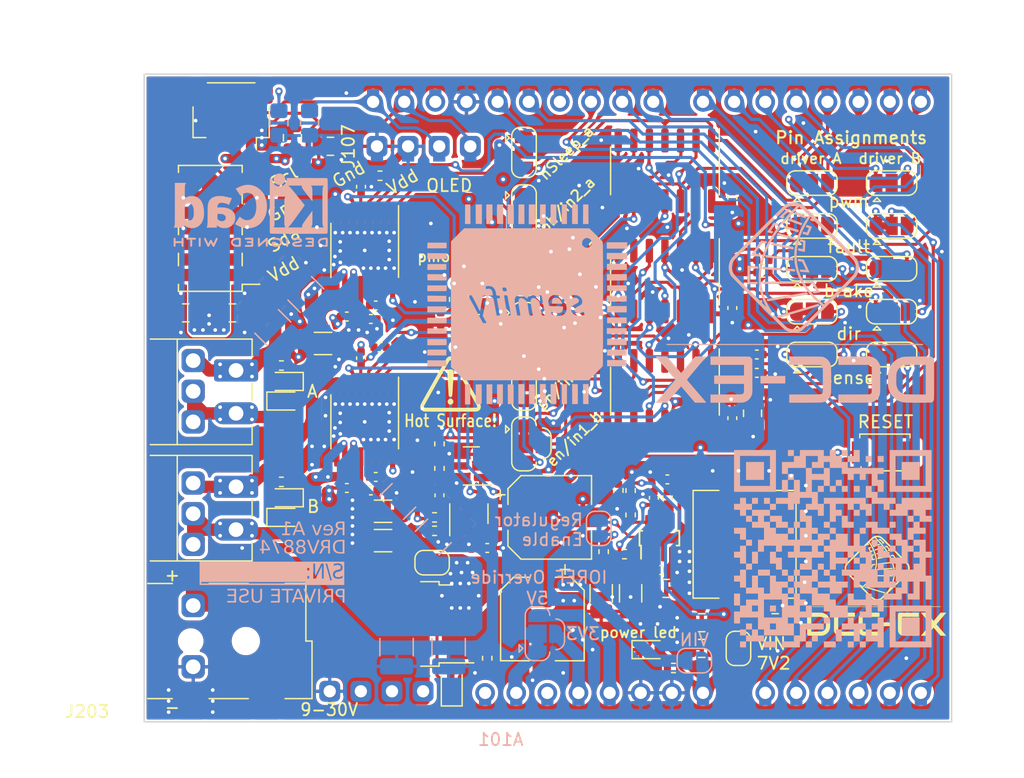
<source format=kicad_pcb>
(kicad_pcb (version 20221018) (generator pcbnew)
  (layers (0 "F.Cu" power) (1 "In1.Cu" power) (2 "In2.Cu" signal) (31 "B.Cu" mixed) (34 "B.Paste" user) (35 "F.Paste" user) (36 "B.SilkS" user "B.Silkscreen") (37 "F.SilkS" user "F.Silkscreen") (38 "B.Mask" user) (39 "F.Mask" user) (44 "Edge.Cuts" user))
  (net 0 "")
  (net 2 "/reset")
  (net 3 "GND")
  (net 4 "VIN")
  (net 5 "VM")
  (net 6 "/out1a")
  (net 7 "/out1b")
  (net 8 "/out2a")
  (net 9 "/out2b")
  (net 10 "IOREF")
  (net 11 "/sen_a")
  (net 12 "/sen_b")
  (net 13 "/def_sen_a")
  (net 14 "/def_sen_b")
  (net 15 "/sda")
  (net 16 "/scl")
  (net 17 "/alt_sen_a")
  (net 18 "/pwm_a")
  (net 19 "/alt_sen_b")
  (net 20 "/alt_direction_b")
  (net 21 "/alt_pwm_b")
  (net 22 "/brake_b")
  (net 23 "/brake_a")
  (net 24 "/pwm_b")
  (net 25 "/direction_a")
  (net 26 "/direction_b")
  (net 27 "/alt_pwm_a")
  (net 28 "/def_pwm_a")
  (net 29 "+5V")
  (net 30 "/def_fault_n_a")
  (net 31 "/fault_n_a")
  (net 32 "/fault_n_b")
  (net 33 "/alt_brake_a")
  (net 34 "/alt_direction_a")
  (net 35 "/alt_brake_b")
  (net 36 "/def_brake_b")
  (net 37 "/def_brake_a")
  (net 38 "/def_fault_n_b")
  (net 39 "/def_pwm_b")
  (net 40 "/def_direction_a")
  (net 41 "/def_direction_b")
  (net 42 "/Power/sw")
  (net 43 "/Power/vin")
  (net 44 "/Power/vcc")
  (net 45 "/Power/pg")
  (net 46 "/Power/bst")
  (net 47 "/Power/en")
  (net 48 "/Power/fb")
  (net 49 "/Power/fn")
  (net 50 "/ioref_is_3V3_not_5V")
  (net 51 "/sen_switch_a")
  (net 52 "/Power/v_conn")
  (net 53 "/Power/gate")
  (net 54 "/alt_fault_n_a")
  (net 55 "/alt_fault_n_b")
  (net 56 "/pmode")
  (net 57 "/vcpa")
  (net 58 "/vcpb")
  (net 59 "/cpla")
  (net 60 "/cpha")
  (net 61 "/cplb")
  (net 62 "/cphb")
  (net 63 "/or_1a")
  (net 64 "/in1_a")
  (net 65 "/or_2a")
  (net 66 "/in2_a")
  (net 67 "/in2_b")
  (net 68 "/or_2b")
  (net 69 "/in1_b")
  (net 70 "/or_1b")
  (net 71 "/direction_b_n")
  (net 72 "/direction_a_n")
  (net 73 "/brake_a_n")
  (net 74 "/brake_b_n")
  (net 75 "/en{slash}in1a")
  (net 76 "/en{slash}in1b")
  (net 77 "/ph{slash}in2a")
  (net 78 "/ph{slash}in2b")
  (net 79 "/nSleepa")
  (net 80 "/nSleepb")
  (net 82 "/sen_switch_b")
  (net 83 "Net-(C201-Pad1)")
  (net 84 "Net-(D202-A)")
  (net 85 "+3V3")
  (net 86 "/4V5")
  (net 88 "ioref")
  (net 90 "/Power/en2")
  (net 91 "Net-(D101-K)")
  (net 92 "Net-(D103-K)")
  (footprint "_my:SW_SPST_TS-1088-AR02016" (layer "F.Cu") (at 124.5 89.5)
    (fp_text reference "SW101" hide)
    (fp_text value "Switch")
  )
  (footprint "Capacitor_SMD:C_0805_2012Metric" (layer "F.Cu") (at 76.1 63.8 90)
    (fp_text reference "C111" hide)
    (fp_text value "22u")
  )
  (footprint "_my:R_1005_(0402)" (layer "F.Cu") (at 103.7 94.6 90)
    (fp_text reference "R204" hide)
    (fp_text value "47k")
  )
  (footprint "_my:R_1005_(0402)" (layer "F.Cu") (at 114.5 74.8 180)
    (fp_text reference "R101" hide)
    (fp_text value "47k")
  )
  (footprint "_my:PinHeader_01x03_P2.5mm_Vertical_min" (layer "F.Cu") (at 68 82)
    (fp_text reference "J102" hide)
    (fp_text value "-")
  )
  (footprint "Jumper:SolderJumper-3_P1.3mm_Bridged12_RoundedPad1.0x1.5mm" (layer "F.Cu") (at 95 69.7 -90)
    (fp_text reference "JP112" hide)
    (fp_text value "Jumper_3")
  )
  (footprint "_my:C_1005_(0402)" (layer "F.Cu") (at 82.5 78.6 180)
    (fp_text reference "C107" hide)
    (fp_text value "100n")
  )
  (footprint "_my:C_1005_(0402)" (layer "F.Cu") (at 92 97.3)
    (fp_text reference "C115" hide)
    (fp_text value "100n")
  )
  (footprint "_my:C_1005_(0402)" (layer "F.Cu") (at 106.7 91.7)
    (fp_text reference "C201" hide)
    (fp_text value "100n")
  )
  (footprint "_my:PhoenixContact_MC_1,5_2-G-3.5_1x02_P3.50mm_Horizontal_edited" (layer "F.Cu") (at 71.5 92.3 -90)
    (fp_text reference "J103" hide)
    (fp_text value "MC 1,5/ 2-G-3,5")
  )
  (footprint "_my:SolderJumper-4" (layer "F.Cu") (at 95 74.5 -90)
    (fp_text reference "JP104" hide)
    (fp_text value "Jumper_4")
  )
  (footprint "_my:C_1005_(0402)" (layer "F.Cu") (at 82.9 91.5 180)
    (fp_text reference "C110" hide)
    (fp_text value "22n VM")
  )
  (footprint "_my:R_1005_(0402)" (layer "F.Cu") (at 103.2 97.8)
    (fp_text reference "R201" hide)
    (fp_text value "470k")
  )
  (footprint "Jumper:SolderJumper-3_P1.3mm_Bridged12_RoundedPad1.0x1.5mm" (layer "F.Cu") (at 95 65 -90)
    (fp_text reference "JP116" hide)
    (fp_text value "Jumper_3")
  )
  (footprint "LED_SMD:LED_0603_1608Metric" (layer "F.Cu") (at 75.5 93.2 180)
    (fp_text reference "D104" hide)
    (fp_text value "0603_LED_Red")
  )
  (footprint "Jumper:SolderJumper-3_P1.3mm_Bridged12_RoundedPad1.0x1.5mm" (layer "F.Cu") (at 95 79.3 -90)
    (fp_text reference "JP117" hide)
    (fp_text value "Jumper_3")
  )
  (footprint "Capacitor_SMD:C_0805_2012Metric" (layer "F.Cu") (at 109.5 103.4 180)
    (fp_text reference "C204" hide)
    (fp_text value "22u")
  )
  (footprint "_my:R_1005_(0402)" (layer "F.Cu") (at 92 106.3 -90)
    (fp_text reference "R208" hide)
    (fp_text value "47k")
  )
  (footprint "_my:R_1005_(0402)" (layer "F.Cu") (at 89.3 77 -90)
    (fp_text reference "R109" hide)
    (fp_text value "1k43")
  )
  (footprint "_my:C_1005_(0402)" (layer "F.Cu") (at 105.6 93.2 90)
    (fp_text reference "C207" hide)
    (fp_text value "100n")
  )
  (footprint "_my:C_1005_(0402)" (layer "F.Cu") (at 82.9 77.5 180)
    (fp_text reference "C109" hide)
    (fp_text value "22n VM")
  )
  (footprint "Jumper:SolderJumper-3_P1.3mm_Bridged12_RoundedPad1.0x1.5mm" (layer "F.Cu") (at 125 78)
    (fp_text reference "JP111" hide)
    (fp_text value "Jumper_3")
  )
  (footprint "_my:C_1005_(0402)" (layer "F.Cu") (at 82.5 92.6 180)
    (fp_text reference "C108" hide)
    (fp_text value "100n")
  )
  (footprint "Capacitor_SMD:C_1206_3216Metric" (layer "F.Cu") (at 78.6 80.6 180)
    (fp_text reference "C102" hide)
    (fp_text value "10u VM")
  )
  (footprint "Capacitor_SMD:C_1206_3216Metric" (layer "F.Cu") (at 83.5 96.7)
    (fp_text reference "C210" hide)
    (fp_text value "10u VM")
  )
  (footprint "_my:C_1005_(0402)" (layer "F.Cu") (at 112 68.7 90)
    (fp_text reference "C224" hide)
    (fp_text value "100n")
  )
  (footprint "_my:HTSSOP-16-1EP_4.4x5mm_P0.65mm_EP3.4x5mm_Mask2.46_HiAmp" (layer "F.Cu") (at 82 87 -90)
    (fp_text reference "U105" hide)
    (fp_text value "DRV8874PWPR")
  )
  (footprint "Package_TO_SOT_SMD:SOT-23" (layer "F.Cu") (at 90.7 79.8 180)
    (fp_text reference "Q101" hide)
    (fp_text value "AO3400A")
  )
  (footprint "_my:PinHeader_1x04_P2.54mm_Vertical_min_1" (layer "F.Cu") (at 86.765 109 -90)
    (fp_text reference "J201" hide)
    (fp_text value "-")
  )
  (footprint "_my:danger-5mm" (layer "F.Cu") (at 89 83.9)
    (fp_text reference "G***" hide)
    (fp_text value "LOGO" hide)
  )
  (footprint "_my:R_1005_(0402)" (layer "F.Cu") (at 87.7 95.9 180)
    (fp_text reference "R114" hide)
    (fp_text value "470k")
  )
  (footprint "Jumper:SolderJumper-3_P1.3mm_Bridged12_RoundedPad1.0x1.5mm" (layer "F.Cu") (at 118.5 78)
    (fp_text reference "JP110" hide)
    (fp_text value "Jumper_3")
  )
  (footprint "Jumper:SolderJumper-3_P1.3mm_Bridged12_RoundedPad1.0x1.5mm" (layer "F.Cu") (at 118.5 81.5)
    (fp_text reference "JP113" hide)
    (fp_text value "Jumper_3")
  )
  (footprint "Jumper:SolderJumper-3_P1.3mm_Bridged12_RoundedPad1.0x1.5mm" (layer "F.Cu") (at 125 74.5)
    (fp_text reference "JP109" hide)
    (fp_text value "Jumper_3")
  )
  (footprint "Capacitor_SMD:C_1206_3216Metric" (layer "F.Cu") (at 103.7 101 -90)
    (fp_text reference "C212" hide)
    (fp_text value "10u VM")
  )
  (footprint "LED_SMD:LED_0603_1608Metric" (layer "F.Cu") (at 105.3 105.6)
    (fp_text reference "D202" hide)
    (fp_text value "0603_LED_Green")
  )
  (footprint "_my:PinHeader_01x03_P2.5mm_Vertical_min" (layer "F.Cu") (at 68 92)
    (fp_text reference "J104" hide)
    (fp_text value "-")
  )
  (footprint "_my:R_1005_(0402)" (layer "F.Cu") (at 75.2 82.4)
    (fp_text reference "R105" hide)
    (fp_text value "47k")
  )
  (footprint "Connector_PinHeader_2.54mm:PinHeader_2x04_P2.54mm_Vertical_SMD" (layer "F.Cu") (at 69.4 71.2 180)
    (fp_text reference "J106" hide)
    (fp_text value "Conn_02x04_smd")
  )
  (footprint "LED_SMD:LED_0603_1608Metric" (layer "F.Cu") (at 75.5 94.8)
    (fp_text reference "D103" hide)
    (fp_text value "0603_LED_Red")
  )
  (footprint "Capacitor_SMD:C_0805_2012Metric" (layer "F.Cu") (at 106.6 100.6)
    (fp_text reference "C202" hide)
    (fp_text value "10u VM 0805")
  )
  (footprint "_my:PhoenixContact_MC_1,5_2-G-3.5_1x02_P3.50mm_Horizontal_edited" (layer "F.Cu") (at 71.5 82.8 -90)
    (fp_text reference "J101" hide)
    (fp_text value "MC 1,5/ 2-G-3,5")
  )
  (footprint "Jumper:SolderJumper-2_P1.3mm_Open_RoundedPad1.0x1.5mm" (layer "F.Cu") (at 87.5 98.5)
    (fp_text reference "JP204" hide)
    (fp_text value "Jumper_2_o")
  )
  (footprint "Capacitor_SMD:C_1206_3216Metric" (layer "F.Cu") (at 101.3 101 -90)
    (fp_text reference "C211" hide)
    (fp_text value "10u VM")
  )
  (footprint "Package_SO:SO-14_3.9x8.65mm_P1.27mm" (layer "F.Cu") (at 106.5 66.5 -90)
    (fp_text reference "U102" hide)
    (fp_text value "74HC08")
  )
  (footprint "Package_SO:SO-14_3.9x8.65mm_P1.27mm" (layer "F.Cu") (at 106.5 75.5 -90)
    (fp_text reference "U103" hide)
    (fp_text value "74HC32")
  )
  (footprint "_my:R_1005_(0402)" (layer "F.Cu") (at 101.5 97.6 -90)
    (fp_text reference "R203" hide)
    (fp_text value "470k")
  )
  (footprint "_my:R_1005_(0402)" (layer "F.Cu") (at 114.5 73.8 180)
    (fp_text reference "R102" hide)
    (fp_text value "47k")
  )
  (footprint "Capacitor_SMD:C_1206_3216Metric" (layer "F.Cu") (at 83.5 94.3)
    (fp_text reference "C105" hide)
    (fp_text value "10u VM")
  )
  (footprint "Package_TO_SOT_SMD:TO-252-2" (layer "F.Cu") (at 85.6 103.5 180)
    (fp_text reference "Q201" hide)
    (fp_text value "AOD4185")
  )
  (footprint "_my:C_1005_(0402)" (layer "F.Cu") (at 81.7 67.8 90)
    (fp_text reference "C101" hide)
    (fp_text value "100n")
  )
  (footprint "Package_TO_SOT_SMD:SOT-23" (layer "F.Cu") (at 90.7 90.6 180)
    (fp_text reference "Q102" hide)
    (fp_text value "AO3400A")
  )
  (footprint "Package_SO:SO-14_3.9x8.65mm_P1.27mm" (layer "F.Cu") (at 106.5 84.5 -90)
    (fp_text reference "U101" hide)
    (fp_text value "74HC04")
  )
  (footprint "_my:R_1005_(0402)" (layer "F.Cu") (at 103.7 92.61 90)
    (fp_text reference "R205" hide)
    (fp_text value "47k")
  )
  (footprint "Jumper:SolderJumper-3_P1.3mm_Bridged12_RoundedPad1.0x1.5mm" (layer "F.Cu") (at 118.5 74.5)
    (fp_text reference "JP108" hide)
    (fp_text value "Jumper_3")
  )
  (footprint "Jumper:SolderJumper-3_P1.3mm_Bridged12_RoundedPad1.0x1.5mm" (layer "F.Cu") (at 125 67.5)
    (fp_text reference "JP103" hide)
    (fp_text value "Jumper_3")
  )
  (footprint "LED_SMD:LED_0603_1608Metric" (layer "F.Cu") (at 75.5 85.3)
    (fp_text reference "D101" hide)
    (fp_text value "0603_LED_Red")
  )
  (footprint "_my:TSOT23-8" (layer "F.Cu") (at 106 96.5 90)
    (fp_text reference "U201" hide)
    (fp_text value "MP9942GJ")
  )
  (footprint "Package_TO_SOT_SMD:SOT-23-5" (layer "F.Cu") (at 90.5 94.5 90)
    (fp_text reference "U106" hide)
    (fp_text value "LMV321")
  )
  (footprint "Capacitor_SMD:C_0805_2012Metric" (layer "F.Cu") (at 67.4 78.1 180)
    (fp_text reference "C219" hide)
    (fp_text value "22u")
  )
  (footprint "_my:C_1005_(0402)" (layer "F.Cu") (at 114 81.5)
    (fp_text reference "C112" hide)
    (fp_text value "22n")
  )
  (footprint "_my:C_1005_(0402)" (layer "F.Cu") (at 88.1 93 -90)
    (fp_text reference "C114" hide)
    (fp_text value "100n")
  )
  (footprint "_my:R_1005_(0402)" (layer "F.Cu") (at 107.2 107.1)
    (fp_text reference "R207" hide)
    (fp_text value "47k")
  )
  (footprint "Capacitor_SMD:C_0805_2012Metric" (layer "F.Cu") (at 71.2 78.1)
    (fp_text reference "C222" hide)
    (fp_text value "22u")
  )
  (footprint "_my:C_1005_(0402)" (layer "F.Cu") (at 112 86.7 90)
    (fp_text reference "C225" hide)
    (fp_text value "100n")
  )
  (footprint "Capacitor_SMD:CP_Elec_6.3x7.7" (layer "F.Cu") (at 97.1 94.8)
    (fp_text reference "C208" hide)
    (fp_text value "100u VM")
  )
  (footprint "_my:R_1005_(0402)" (layer "F.Cu") (at 88.2 78.6 -90)
    (fp_text reference "R111" hide)
    (fp_text value "732R")
  )
  (footprint "_my:R_1005_(0402)" (layer "F.Cu") (at 88.1 88.8 -90)
    (fp_text reference "R110" hide)
    (fp_text value "1k43")
  )
  (footprint "Capacitor_SMD:C_0805_2012Metric" (layer "F.Cu") (at 115.5 103.4)
    (fp_text reference "C206" hide)
    (fp_text value "22u")
  )
  (footprint "_my:R_1005_(0402)" (layer "F.Cu") (at 106.7 93.2 90)
    (fp_text reference "R202" hide)
    (fp_text value "20R")
  )
  (footprint "_my:DCC-EX-15mm" (layer "F.Cu") (at 123.8 101)
    (fp_text reference "G***")
    (fp_text value "LOGO" hide)
  )
  (footprint "_my:SolderJumper-4" (layer "F.Cu") (at 95 88.8 -90)
    (fp_text reference "JP107" hide)
    (fp_text value "Jumper_4")
  )
  (footprint "Capacitor_SMD:C_0805_2012Metric" (layer "F.Cu") (at 113.65 86.3 90)
    (fp_text reference "C220" hide)
    (fp_text value "22u")
  )
  (footprint "Connector_JST:JST_SH_SM04B-SRSS-TB_1x04-1MP_P1.00mm_Horizontal" (layer "F.Cu") (at 71.1 62 180)
    (fp_text reference "J105" hide)
    (fp_text value "STEMMA QT")
  )
  (footprint "_my:L_PSPMAA0805" (layer "F.Cu") (at 113 97 -90)
    (fp_text reference "L201" hide)
    (fp_text value "56uH")
  )
  (footprint "Diode_SMD:D_SOD-323" (layer "F.Cu") (at 89.1 108.7 90)
    (fp_text reference "D201" hide)
    (fp_text value "10V")
  )
  (footprint "_my:R_1005_(0402)" (layer "F.Cu") (at 83.25 66.9)
    (fp_text reference "R107" hide)
    (fp_text value "47k")
  )
  (footprint "_my:C_1005_(0402)" (layer "F.Cu") (at 106.2 99.1)
    (fp_text reference "C203" hide)
    (fp_text value "100n VM")
  )
  (footprint "Jumper:SolderJumper-3_P1.3mm_Bridged12_RoundedPad1.0x1.5mm" (layer "F.Cu") (at 118.5 67.5)
    (fp_text reference "JP102" hide)
    (fp_text value "Jumper_3")
  )
  (footprint "Jumper:SolderJumper-3_P1.3mm_Bridged12_RoundedPad1.0x1.5mm" (layer "F.Cu") (at 95 84 -90)
    (fp_text reference "JP115" hide)
    (fp_text value "Jumper_3")
  )
  (footprint "Capacitor_SMD:C_0805_2012Metric" (layer "F.Cu") (at 109.5 105.5 180)
    (fp_text reference "C205" hide)
    (fp_text value "22u")
  )
  (footprint "_my:PinHeader_01x02_P5mm_Vertical_min" (layer "F.Cu") (at 68 102)
    (fp_text reference "J202" hide)
    (fp_text value "-")
  )
  (footprint "LED_SMD:LED_0603_1608Metric" (layer "F.Cu") (at 75.5 83.7 180)
    (fp_text reference "D102" hide)
    (fp_text value "0603_LED_Red")
  )
  (footprint "_my:C_1005_(0402)" (layer "F.Cu") (at 81.7 81.8 90)
    (fp_text reference "C104" hide)
    (fp_text value "100n")
  )
  (footprint "Jumper:SolderJumper-3_P1.3mm_Bridged12_RoundedPad1.0x1.5mm" (layer "F.Cu") (at 125 81.5)
    (fp_text reference "JP114" hide)
    (fp_text value "Jumper_3")
  )
  (footprint "Jumper:SolderJumper-3_P1.3mm_Bridged12_RoundedPad1.0x1.5mm" (layer "F.Cu") (at 118.5 71)
    (fp_text reference "JP105" hide)
    (fp_text value "Jumper_3")
  )
  (footprint "_my:C_1005_(0402)" (layer "F.Cu") (at 80.54 78.4 180)
    (fp_text reference "C103" hide)
    (fp_text value "100n VM")
  )
  (footprint "Jumper:SolderJumper-2_P1.3mm_Bridged2Bar_RoundedPad1.0x1.5mm" (layer "F.Cu") (at 112.5 105.5 -90)
    (fp_text reference "JP202" hide)
    (fp_text value "Jumper_2")
  )
  (footprint "_my:BarrelJack_2.1mm_SMD" (layer "F.Cu") (at 67.8 104.9)
    (fp_text reference "J203")
    (fp_text value "Barrel_Jack_MountingPin")
  )
  (footprint "_my:HTSSOP-16-1EP_4.4x5mm_P0.65mm_EP3.4x5mm_Mask2.46_HiAmp" (layer "F.Cu") (at 82 73 -90)
    (fp_text reference "U104" hide)
    (fp_text value "DRV8874PWPR")
  )
  (footprint "_my:R_1005_(0402)" (layer "F.Cu") (at 83.25 80.9)
    (fp_text reference "R108" hide)
    (fp_text value "47k")
  )
  (footprint "Capacitor_SMD:C_0805_2012Metric" (layer "F.Cu") (at 79.2 64.5 180)
    (fp_text reference "C221" hide)
    (fp_text value "22u")
  )
  (footprint "Capacitor_SMD:CP_Elec_6.3x7.7" (layer "F.Cu") (at 96.5 103.1 -90)
    (fp_text reference "C209" hide)
    (fp_text value "100u VM")
  )
  (footprint "_my:R_1005_(0402)" (layer "F.Cu") (at 75.2 91.9)
    (fp_text reference "R106" hide)
    (fp_text value "47k")
  )
  (footprint "_my:C_1005_(0402)" (layer "F.Cu") (at 114 83)
    (fp_text reference "C113" hide)
    (fp_text value "22n")
  )
  (footprint "Jumper:SolderJumper-3_P1.3mm_Bridged12_RoundedPad1.0x1.5mm" (layer "F.Cu") (at 125 71)
    (fp_text reference "JP106" hide)
    (fp_text value "Jumper_3")
  )
  (footprint "_my:C_1005_(0402)" (layer "F.Cu") (at 112 77.7 90)
    (fp_text reference "C223" hide)
    (fp_text value "100n")
  )
  (footprint "_my:PinHeader_1x04_P2.54mm_Vertical_solderpad" (layer "F.Cu") (at 83 64.5 90)
    (fp_text reference "J107")
    (fp_text value "Conn_01x04_f")
  )
  (footprint "Jumper:SolderJumper-3_P1.3mm_Bridged12_RoundedPad1.0x1.5mm" (layer "F.Cu") (at 91.599999 73.5 90)
    (fp_text reference "JP101" hide)
    (fp_text value "Jumper_3")
  )
  (footprint "_my:R_1005_(0402)" (layer "F.Cu") (at 88.1 90.8 -90)
    (fp_text reference "R112" hide)
    (fp_text value "732R")
  )
  (footprint "_my:C_1005_(0402)" (layer "F.Cu") (at 80.54 92.4 180)
    (fp_text reference "C106" hide)
    (fp_text value "100n VM")
  )
  (footprint "_my:R_1005_(0402)" (layer "F.Cu") (at 87.7 94.8)
    (fp_text reference "R113" hide)
    (fp_text value "47k")
  )
  (footprint "_my:R_1005_(0402)" (layer "F.Cu") (at 102.7 92.6 90)
    (fp_text reference "R206" hide)
    (fp_text value "5k76")
  )
  (footprint "Capacitor_SMD:C_1210_3225Metric_Pad1.33x2.70mm_HandSolder" (layer "B.Cu") (at 87.6 96.4 45)
    (fp_text reference "C215" hide)
    (fp_text value "-")
  )
  (footprint "Symbol:KiCad-Logo2_5mm_SilkScreen" (layer "B.Cu") (at 72.7 69.7 180)
    (fp_text reference "REF**" hide)
    (fp_text value "KiCad-Logo2_5mm_SilkScreen" hide)
  )
  (footprint "_my:Arduino_UNO_R3_edit" (layer "B.Cu") (at 91.825 109.13)
    (fp_text reference "A101")
    (fp_text value "Arduino_UNO_R3")
  )
  (footprint "Capacitor_SMD:C_1210_3225Metric_Pad1.33x2.70mm_HandSolder" (layer "B.Cu") (at 74.5 79.3 135)
    (fp_text reference "C213" hide)
    (fp_text value "-")
  )
  (footprint "Capacitor_SMD:C_1210_3225Metric_Pad1.33x2.70mm_HandSolder" (layer "B.Cu") (at 77.2 76.6 135)
    (fp_text reference "C214" hide)
    (fp_text value "-")
  )
  (footprint "Capacitor_SMD:C_1210_3225Metric_Pad1.33x2.70mm_HandSolder" (layer "B.Cu") (at 84.7 93.5 45)
    (fp_text reference "C216" hide)
    (fp_text value "-")
  )
  (footprint "Resistor_SMD:R_0805_2012Metric_Pad1.20x1.40mm_HandSolder" (layer "B.Cu") (at 75 62.6 90)
    (fp_text reference "R103" hide)
    (fp_text value "10k")
  )
  (footprint "Capacitor_SMD:C_1210_3225Metric_Pad1.33x2.70mm_HandSolder" (layer "B.Cu") (at 88.85 105.4 -90)
    (fp_text reference "C218" hide)
    (fp_text value "-")
  )
  (footprint "Jumper:SolderJumper-2_P1.3mm_Open_RoundedPad1.0x1.5mm" (layer "B.Cu") (at 108.9 106.5)
    (fp_text reference "JP201" hide)
    (fp_text value "Jumper_2_o")
  )
  (footprint "_my:SolderJumper-4" (layer "B.Cu") (at 96.1 104.3 90)
    (fp_text reference "JP205" hide)
    (fp_text value "Jumper_4")
  )
  (footprint "Resistor_SMD:R_0805_2012Metric_Pad1.20x1.40mm_HandSolder" (layer "B.Cu") (at 77.5 62.6 90)
    (fp_text reference "R104" hide)
    (fp_text value "10k")
  )
  (footprint "_my:DCC-EX-30mm" (layer "B.Cu") (at 117.06615 78.5 180)
    (fp_text reference "G***" hide)
    (fp_text value "LOGO" hide)
  )
  (footprint "Jumper:SolderJumper-2_P1.3mm_Bridged2Bar_RoundedPad1.0x1.5mm" (layer "B.Cu") (at 101.1 95.7 90)
    (fp_text reference "JP203" hide)
    (fp_text value "Jumper_2")
  )
  (footprint "_my:EX-8874-QR-20mm" (layer "B.Cu") (at 120.2 97.357838 180)
    (fp_text reference "G***" hide)
    (fp_text value "LOGO" hide)
  )
  (footprint "Capacitor_SMD:C_1210_3225Metric_Pad1.33x2.70mm_HandSolder" (layer "B.Cu") (at 84.6 105.4 -90)
    (fp_text reference "C217" hide)
    (fp_text value "-")
  )
  (footprint "_my:semify_big" (layer "B.Cu") (at 95.26615 77.4 180)
    (fp_text reference "G***" hide)
    (fp_text value "LOGO" hide)
  )
  (gr_line (start 129.9 58.6) (end 129.9 111.5) (stroke (width 0.1)) (layer "Edge.Cuts"))
  (gr_line (start 64 58.6) (end 64 111.5) (stroke (width 0.1)) (layer "Edge.Cuts"))
  (gr_line (start 129.9 58.6) (end 64 58.6) (stroke (width 0.1)) (layer "Edge.Cuts"))
  (gr_line (start 64 111.5) (end 129.9 111.5) (stroke (width 0.1)) (layer "Edge.Cuts"))
  (gr_text "DRV8874" (at 80.5 97.3) (layer "B.SilkS") (effects (font (size 1.1 1.1)) (justify left mirror)))
  (gr_text "IOREF Override" (at 96.2 99.7) (layer "B.SilkS") (effects (font (size 1 1)) (justify mirror)))
  (gr_text "Regulator\nEnable" (at 99.9 97.2) (layer "B.SilkS") (effects (font (size 1 1)) (justify left bottom mirror)))
  (gr_text "PRIVATE USE" (at 80.5 101.3) (layer "B.SilkS") (effects (font (size 1.1 1.1)) (justify left mirror)))
  (gr_text "VIN" (at 108.9 104.8) (layer "B.SilkS") (effects (font (size 1 1)) (justify mirror)))
  (gr_text "5V" (at 96.1 101.4) (layer "B.SilkS") (effects (font (size 1 1)) (justify mirror)))
  (gr_text "3V3" (at 99.8 104.3) (layer "B.SilkS") (effects (font (size 1 1)) (justify mirror)))
  (gr_text "Rev A1" (at 80.5 95.8) (layer "B.SilkS") (effects (font (size 1.1 1.1)) (justify left mirror)))
  (gr_text "S/N:___________" (at 80.3 99.3) (layer "B.SilkS" knockout) (effects (font (size 1.2 1.1)) (justify left mirror)))
  (gr_text "ph/in2_b" (at 96.2 85.9 45) (layer "F.SilkS") (effects (font (size 0.85 0.85)) (justify left)))
  (gr_text "Gnd" (at 75.4 69.6 30) (layer "F.SilkS") (effects (font (size 1 1))))
  (gr_text "Gnd" (at 80.7 66.8 30) (layer "F.SilkS") (effects (font (size 1 1))))
  (gr_text "driver A" (at 121 65.5) (layer "F.SilkS") (effects (font (size 0.85 0.85)) (justify right)))
  (gr_text "VIN\n7V2" (at 113.9 107.3) (layer "F.SilkS") (effects (font (size 1 1)) (justify left bottom)))
  (gr_text "-" (at 66.3 110.3) (layer "F.SilkS") (effects (font (size 1 1))))
  (gr_text "en/in1_b" (at 97 90.5 45) (layer "F.SilkS") (effects (font (size 0.85 0.85)) (justify left)))
  (gr_text "A" (at 77.2 85.1) (layer "F.SilkS") (effects (font (size 1 1)) (justify left bottom)))
  (gr_text "Hot Surface!" (at 89 87.5) (layer "F.SilkS") (effects (font (size 1 0.8)) (justify bottom)))
  (gr_text "dir" (at 121.5 79.8) (layer "F.SilkS") (effects (font (size 1 1))))
  (gr_text "Vdd" (at 85.1 67.4 30) (layer "F.SilkS") (effects (font (size 1 1))))
  (gr_text "driver B" (at 127.5 65.5) (layer "F.SilkS") (effects (font (size 0.85 0.85)) (justify right)))
  (gr_text "sense" (at 121.5 83.4) (layer "F.SilkS") (effects (font (size 1 1))))
  (gr_text "Scl" (at 75.4 67.1 30) (layer "F.SilkS") (effects (font (size 1 1))))
  (gr_text "RESET" (at 124.5 87) (layer "F.SilkS") (effects (font (size 1 1))))
  (gr_text "Vdd" (at 75.4 74.55 30) (layer "F.SilkS") (effects (font (size 1 1))))
  (gr_text "ph/in2_a" (at 96.4 71.4 45) (layer "F.SilkS") (effects (font (size 0.85 0.85)) (justify left)))
  (gr_text "nSleep_b" (at 96.2 81.6 45) (layer "F.SilkS") (effects (font (size 0.85 0.85)) (justify left)))
  (gr_text "power led" (at 101.1 104.2) (layer "F.SilkS") (effects (font (size 0.85 0.85)) (justify left)))
  (gr_text "Pin Assignments" (at 121.7 63.8) (layer "F.SilkS") (effects (font (size 1 1) (thickness 0.17))))
  (gr_text "brake" (at 121.5 76.3) (layer "F.SilkS") (effects (font (size 1 1))))
  (gr_text "Sda" (at 75.4 72.1 30) (layer "F.SilkS") (effects (font (size 1 1))))
  (gr_text "fault" (at 121.5 72.7) (layer "F.SilkS") (effects (font (size 1 1))))
  (gr_text "+" (at 66.3 99.5) (layer "F.SilkS") (effects (font (size 1 1))))
  (gr_text "OLED" (at 88.9 67.7) (layer "F.SilkS") (effects (font (size 1 1))))
  (gr_text "B" (at 77.2 94.5) (layer "F.SilkS") (effects (font (size 1 1)) (justify left bottom)))
  (gr_text "en/in1_a" (at 96.7 76.4 45) (layer "F.SilkS") (effects (font (size 0.85 0.85)) (justify left)))
  (gr_text "nSleep_a" (at 96.4 67.1 45) (layer "F.SilkS") (effects (font (size 0.85 0.85)) (justify left)))
  (gr_text "9-30V" (at 79.1 110.5) (layer "F.SilkS") (effects (font (size 1 0.95))))
  (gr_text "pmode" (at 86.2 73.5) (layer "F.SilkS") (effects (font (size 0.85 0.85)) (justify left)))
  (gr_text "pwm" (at 121.5 69) (layer "F.SilkS") (effects (font (size 1 1))))
  (segment (start 122.425 89.5) (end 120.6 89.5) (width 0.25) (layer "F.Cu") (net 2))
  (via (at 120.6 89.5) (size 0.6) (drill 0.3) (layers "F.Cu" "B.Cu") (net 2))
  (segment (start 76.1 62.85) (end 75.75 63.2) (width 0.6) (layer "F.Cu") (net 3))
  (segment (start 84.975 93.175) (end 84.6 92.8) (width 0.5) (layer "F.Cu") (net 3))
  (segment (start 101.8 94.4) (end 101.6 94.6) (width 0.4) (layer "F.Cu") (net 3))
  (segment (start 75.8 63.15) (end 75.8 63.7) (width 0.5) (layer "F.Cu") (net 3))
  (segment (start 81.7 81.32) (end 81.7 80.7) (width 0.5) (layer "F.Cu") (net 3))
  (segment (start 97.1 103.9) (end 97.3 104.1) (width 0.4) (layer "F.Cu") (net 3))
  (segment (start 71.925 69.93) (end 71.925 69.075) (width 0.4) (layer "F.Cu") (net 3))
  (segment (start 97.3 104.1) (end 97.5 104.3) (width 0.4) (layer "F.Cu") (net 3))
  (segment (start 66.875 70.875) (end 67.2 71.2) (width 0.4) (layer "F.Cu") (net 3))
  (segment (start 100.8 94.8) (end 101.55 94.05) (width 0.4) (layer "F.Cu") (net 3))
  (segment (start 77.125 80.6) (end 77.125 79.425) (width 0.4) (layer "F.Cu") (net 3))
  (segment (start 84.975 96.7) (end 86 96.7) (width 0.5) (layer "F.Cu") (net 3))
  (segment (start 66.875 69.93) (end 66.875 70.875) (width 0.4) (layer "F.Cu") (net 3))
  (segment (start 76.1 62.85) (end 75.8 63.15) (width 0.6) (layer "F.Cu") (net 3))
  (segment (start 66.875 69.93) (end 66.875 69.025) (width 0.4) (layer "F.Cu") (net 3))
  (segment (start 66 110.7) (end 69.6 110.7) (width 1) (layer "F.Cu") (net 3))
  (segment (start 96.5 105.8) (end 96.5 103.9) (width 0.4) (layer "F.Cu") (net 3))
  (segment (start 80 78.4) (end 79.6 78.8) (width 0.5) (layer "F.Cu") (net 3))
  (segment (start 81.7 67.3) (end 80.9 67.3) (width 0.44) (layer "F.Cu") (net 3))
  (segment (start 90.5 95.6375) (end 90.5 97) (width 0.44) (layer "F.Cu") (net 3))
  (segment (start 71.925 69.075) (end 72 69) (width 0.4) (layer "F.Cu") (net 3))
  (segment (start 101.55 94.05) (end 101.55 93.35) (width 0.4) (layer "F.Cu") (net 3))
  (segment (start 102.75 92.1) (end 101.65 92.1) (width 0.3) (layer "F.Cu") (net 3))
  (segment (start 84.975 94.3) (end 84.975 93.175) (width 0.5) (layer "F.Cu") (net 3))
  (segment (start 71.925 69.93) (end 71.925 70.925) (width 0.4) (layer "F.Cu") (net 3))
  (segment (start 99.8 93.3) (end 99.8 94.8) (width 0.4) (layer "F.Cu") (net 3))
  (segment (start 74.85 64.1) (end 76.1 62.85) (width 0.6) (layer "F.Cu") (net 3))
  (segment (start 73.4 64) (end 73.5 64.1) (width 0.6) (layer "F.Cu") (net 3))
  (segment (start 79.8 78.9) (end 79.6 79.1) (width 0.5) (layer "F.Cu") (net 3))
  (segment (start 77.125 80.6) (end 77.125 81.575) (width 0.4) (layer "F.Cu") (net 3))
  (segment (start 72.6 64) (end 73.4 64) (width 0.6) (layer "F.Cu") (net 3))
  (segment (start 84.975 94.3) (end 84.975 96.7) (width 0.5) (layer "F.Cu") (net 3))
  (segment (start 75.75 63.2) (end 75.1 63.2) (width 0.6) (layer "F.Cu") (net 3))
  (segment (start 66.875 69.025) (end 67.2 68.7) (width 0.4) (layer "F.Cu") (net 3))
  (segment (start 74.6 64.1) (end 74.85 64.1) (width 0.6) (layer "F.Cu") (net 3))
  (segment (start 77.125 79.425) (end 77 79.3) (width 0.4) (layer "F.Cu") (net 3))
  (segment (start 77.125 81.175) (end 76.6 81.7) (width 0.6) (layer "F.Cu") (net 3))
  (segment (start 76.6 81.7) (end 76.2 81.3) (width 0.2) (layer "F.Cu") (net 3))
  (segment (start 97.5 104.3) (end 97.5 105.7) (width 0.4) (layer "F.Cu") (net 3))
  (segment (start 99.8 94.8) (end 99.8 96.3) (width 0.4) (layer "F.Cu") (net 3))
  (segment (start 66 109.8) (end 69.6 109.8) (width 1) (layer "F.Cu") (net 3))
  (segment (start 96.5 103.9) (end 97.1 103.9) (width 0.4) (layer "F.Cu") (net 3))
  (segment (start 77.125 81.575) (end 76.9 81.8) (width 0.4) (layer "F.Cu") (net 3))
  (segment (start 102.1 94.1) (end 102.6 94.1) (width 0.4) (layer "F.Cu") (net 3))
  (segment (start 72 71) (end 71.925 70.925) (width 0.4) (layer "F.Cu") (net 3))
  (segment (start 101.8 94.4) (end 102.1 94.1) (width 0.4) (layer "F.Cu") (net 3))
  (segment (start 102 94.2) (end 100.4 94.2) (width 0.4) (layer "F.Cu") (net 3))
  (segment (start 66 108.9) (end 69.6 108.9) (width 1) (layer "F.Cu") (net 3))
  (via (at 80.5 60.15) (size 0.6) (drill 0.3) (layers "F.Cu" "B.Cu") (net 3))
  (via (at 110.4 91) (size 0.6) (drill 0.3) (layers "F.Cu" "B.Cu") (net 3))
  (via (at 79.4 78.5) (size 0.6) (drill 0.3) (layers "F.Cu" "B.Cu") (net 3))
  (via (at 126.2 106.3) (size 0.6) (drill 0.3) (layers "F.Cu" "B.Cu") (net 3))
  (via (at 73.6 63.2) (size 0.6) (drill 0.3) (layers "F.Cu" "B.Cu") (net 3))
  (via (at 103.5 75.7) (size 0.6) (drill 0.3) (layers "F.Cu" "B.Cu") (net 3))
  (via (at 78.1 71.1) (size 0.6) (drill 0.3) (layers "F.Cu" "B.Cu") (net 3))
  (via (at 122.4 77.6) (size 0.6) (drill 0.3) (layers "F.Cu" "B.Cu") (net 3))
  (via (at 104.7 92.9) (size 0.6) (drill 0.3) (layers "F.Cu" "B.Cu") (net 3))
  (via (at 116.1 102) (size 0.6) (drill 0.3) (layers "F.Cu" "B.Cu") (net 3))
  (via (at 87.4 70.8) (size 0.6) (drill 0.3) (layers "F.Cu" "B.Cu") (net 3))
  (via (at 99.8 93.3) (size 0.6) (drill 0.3) (layers "F.Cu" "B.Cu") (net 3))
  (via (at 101.6 81.2) (size 0.6) (drill 0.3) (layers "F.Cu" "B.Cu") (net 3))
  (via (at 69.6 109.8) (size 0.6) (drill 0.3) (layers "F.Cu" "B.Cu") (net 3))
  (via (at 72 97.3) (size 0.6) (drill 0.3) (layers "F.Cu" "B.Cu") (net 3))
  (via (at 117.8 62.6) (size 0.6) (drill 0.3) (layers "F.Cu" "B.Cu") (net 3))
  (via (at 77.2 74) (size 0.6) (drill 0.3) (layers "F.Cu" "B.Cu") (net 3))
  (via (at 107.7 98.4) (size 0.6) (drill 0.3) (layers "F.Cu" "B.Cu") (net 3))
  (via (at 88.5 75) (size 0.6) (drill 0.3) (layers "F.Cu" "B.Cu") (net 3))
  (via (at 99 104) (size 0.6) (drill 0.3) (layers "F.Cu" "B.Cu") (net 3))
  (via (at 108.5 101) (size 0.6) (drill 0.3) (layers "F.Cu" "B.Cu") (net 3))
  (via (at 98.2 107.5) (size 0.6) (drill 0.3) (layers "F.Cu" "B.Cu") (net 3))
  (via (at 73.6 64.4) (size 0.6) (drill 0.3) (layers "F.Cu" "B.Cu") (net 3))
  (via (at 88.3 87.5) (size 0.6) (drill 0.3) (layers "F.Cu" "B.Cu") (net 3))
  (via (at 77.7 89) (size 0.6) (drill 0.3) (layers "F.Cu" "B.Cu") (net 3))
  (via (at 66 110.7) (size 0.6) (drill 0.3) (layers "F.Cu" "B.Cu") (net 3))
  (via (at 117.9 100.1) (size 0.6) (drill 0.3) (layers "F.Cu" "B.Cu") (net 3))
  (via (at 67 76.5) (size 0.6) (drill 0.3) (layers "F.Cu" "B.Cu") (net 3))
  (via (at 88 96.8) (size 0.6) (drill 0.3) (layers "F.Cu" "B.Cu") (net 3))
  (via (at 103.7 101.3) (size 0.6) (drill 0.3) (layers "F.Cu" "B.Cu") (net 3))
  (via (at 78.7 89) (size 0.6) (drill 0.3) (layers "F.Cu" "B.Cu") (net 3))
  (via (at 99.1 101.6) (size 0.6) (drill 0.3) (layers "F.Cu" "B.Cu") (net 3))
  (via (at 99.8 96.3) (size 0.6) (drill 0.3) (layers "F.Cu" "B.Cu") (net 3))
  (via (at 97.4 94.8) (size 0.6) (drill 0.3) (layers "F.Cu" "B.Cu") (net 3))
  (via (at 103.8 91.1) (size 0.6) (drill 0.3) (layers "F.Cu" "B.Cu") (net 3))
  (via (at 67 79.7) (size 0.6) (drill 0.3) (layers "F.Cu" "B.Cu") (net 3))
  (via (at 113.9 63.3) (size 0.6) (drill 0.3) (layers "F.Cu" "B.Cu") (net 3))
  (via (at 84.6 92.8) (size 0.6) (drill 0.3) (layers "F.Cu" "B.Cu") (net 3))
  (via (at 79.1 93.3) (size 0.6) (drill 0.3) (layers "F.Cu" "B.Cu") (net 3))
  (via (at 76.6 81.7) (size 0.6) (drill 0.3) (layers "F.Cu" "B.Cu") (net 3))
  (via (at 108.5 98.4) (size 0.6) (drill 0.3) (layers "F.Cu" "B.Cu") (net 3))
  (via (at 86.3 88.5) (size 0.6) (drill 0.3) (layers "F.Cu" "B.Cu") (net 3))
  (via (at 112.5 91) (size 0.6) (drill 0.3) (layers "F.Cu" "B.Cu") (net 3))
  (via (at 113.3 79.1) (size 0.6) (drill 0.3) (layers "F.Cu" "B.Cu") (net 3))
  (via (at 115.7 80.85) (size 0.6) (drill 0.3) (layers "F.Cu" "B.Cu") (net 3))
  (via (at 73.6 63.8) (size 0.6) (drill 0.3) (layers "F.Cu" "B.Cu") (net 3))
  (via (at 66 108.9) (size 0.6) (drill 0.3) (layers "F.Cu" "B.Cu") (net 3))
  (via (at 115.5 83.1) (size 0.6) (drill 0.3) (layers "F.Cu" "B.Cu") (net 3))
  (via (at 105.9 103.5) (size 0.6) (drill 0.3) (layers "F.Cu" "B.Cu") (net 3))
  (via (at 116.8 91.4) (size 0.6) (drill 0.3) (layers "F.Cu" "B.Cu") (net 3))
  (via (at 107.9 74.6) (size 0.6) (drill 0.3) (layers "F.Cu" "B.Cu") (net 3))
  (via (at 92.6 85.3) (size 0.6) (drill 0.3) (layers "F.Cu" "B.Cu") (net 3))
  (via (at 108.45 79.9) (size 0.6) (drill 0.3) (layers "F.Cu" "B.Cu") (net 3))
  (via (at 115.1 85.2) (size 0.6) (drill 0.3) (layers "F.Cu" "B.Cu") (net 3))
  (via (at 107.34 85.34) (size 0.6) (drill 0.3) (layers "F.Cu" "B.Cu") (net 3))
  (via (at 79.8 79) (size 0.6) (drill 0.3) (layers "F.Cu" "B.Cu") (net 3))
  (via (at 89.5 92) (size 0.6) (drill 0.3) (layers "F.Cu" "B.Cu") (net 3))
  (via (at 112.6 74.5) (size 0.6) (drill 0.3) (layers "F.Cu" "B.Cu") (net 3))
  (via (at 118 96.3) (size 0.6) (drill 0.3) (layers "F.Cu" "B.Cu") (net 3))
  (via (at 90.5 97) (size 0.6) (drill 0.3) (layers "F.Cu" "B.Cu") (net 3))
  (via (at 93.1 79) (size 0.6) (drill 0.3) (layers "F.Cu" "B.Cu") (net 3))
  (via (at 117.6 103.4) (size 0.6) (drill 0.3) (layers "F.Cu" "B.Cu") (net 3))
  (via (at 78.7 74.6) (size 0.6) (drill 0.3) (layers "F.Cu" "B.Cu") (net 3))
  (via (at 100.87 75.98) (size 0.6) (drill 0.3) (layers "F.Cu" "B.Cu") (net 3))
  (via (at 104.5 103.5) (size 0.6) (drill 0.3) (layers "F.Cu" "B.Cu") (net 3))
  (via (at 86.7 85.9) (size 0.6) (drill 0.3) (layers "F.Cu" "B.Cu") (net 3))
  (via (at 109.4 89.1) (size 0.6) (drill 0.3) (layers "F.Cu" "B.Cu") (net 3))
  (via (at 108.5 97.6) (size 0.6) (drill 0.3) (layers "F.Cu" "B.Cu") (net 3))
  (via (at 97.4 87.1) (size 0.6) (drill 0.3) (layers "F.Cu" "B.Cu") (net 3))
  (via (at 121.8 74.5) (size 0.6) (drill 0.3) (layers "F.Cu" "B.Cu") (net 3))
  (via (at 102.6 94.1) (size 0.6) (drill 0.3) (layers "F.Cu" "B.Cu") (net 3))
  (via (at 106.8 66.85) (size 0.6) (drill 0.3) (layers "F.Cu" "B.Cu") (net 3))
  (via (at 96.9 76.4) (size 0.6) (drill 0.3) (layers "F.Cu" "B.Cu") (net 3))
  (via (at 79.6 68.4) (size 0.6) (drill 0.3) (layers "F.Cu" "B.Cu") (net 3))
  (via (at 99.16 78.94) (size 0.6) (drill 0.3) (layers "F.Cu" "B.Cu") (net 3))
  (via (at 121.2 78.9) (size 0.6) (drill 0.3) (layers "F.Cu" "B.Cu") (net 3))
  (via (at 91 107.5) (size 0.6) (drill 0.3) (layers "F.Cu" "B.Cu") (net 3))
  (via (at 66 109.8) (size 0.6) (drill 0.3) (layers "F.Cu" "B.Cu") (net 3))
  (via (at 106.79 80.18) (size 0.6) (drill 0.3) (layers "F.Cu" "B.Cu") (net 3))
  (via (at 73.2 68.7) (size 0.6) (drill 0.3) (layers "F.Cu" "B.Cu") (net 3))
  (via (at 101.24 78.48) (size 0.6) (drill 0.3) (layers "F.Cu" "B.Cu") (net 3))
  (via (at 105.3 91.1) (size 0.6) (drill 0.3) (layers "F.Cu" "B.Cu") (net 3))
  (via (at 96.66 83.48) (size 0.6) (drill 0.3) (layers "F.Cu" "B.Cu") (net 3))
  (via (at 92.4 70.7) (size 0.6) (drill 0.3) (layers "F.Cu" "B.Cu") (net 3))
  (via (at 72.4 71.1) (size 0.6) (drill 0.3) (layers "F.Cu" "B.Cu") (net 3))
  (via (at 112.6 73.7) (size 0.6) (drill 0.3) (layers "F.Cu" "B.Cu") (net 3))
  (via (at 94 106.2) (size 0.6) (drill 0.3) (layers "F.Cu" "B.Cu") (net 3))
  (via (at 79.1 92.6) (size 0.6) (drill 0.3) (layers "F.Cu" "B.Cu") (net 3))
  (via (at 86.6 73.5) (size 0.6) (drill 0.3) (layers "F.Cu" "B.Cu") (net 3))
  (via (at 88.7 97) (size 0.6) (drill 0.3) (layers "F.Cu" "B.Cu") (net 3))
  (via (at 107.5 105) (size 0.6) (drill 0.3) (layers "F.Cu" "B.Cu") (net 3))
  (via (at 98.2 101.6) (size 0.6) (drill 0.3) (layers "F.Cu" "B.Cu") (net 3))
  (via (at 69.6 110.7) (size 0.6) (drill 0.3) (layers "F.Cu" "B.Cu") (net 3))
  (via (at 96.7 84.5) (size 0.6) (drill 0.3) (layers "F.Cu" "B.Cu") (net 3))
  (via (at 105.5 76.4) (size 0.6) (drill 0.3) (layers "F.Cu" "B.Cu") (net 3))
  (via (at 69.6 108.9) (size 0.6) (drill 0.3) (layers "F.Cu" "B.Cu") (net 3))
  (via (at 111.35 67.5) (size 0.6) (drill 0.3) (layers "F.Cu" "B.Cu") (net 3))
  (via (at 100.6 105.6) (size 0.6) (drill 0.3) (layers "F.Cu" "B.Cu") (net 3))
  (via (at 78.4 72.6) (size 0.6) (drill 0.3) (layers "F.Cu" "B.Cu") (net 3))
  (via (at 99.9 84.55) (size 0.6) (drill 0.3) (layers "F.Cu" "B.Cu") (net 3))
  (via (at 92.6 86.8) (size 0.6) (drill 0.3) (layers "F.Cu" "B.Cu") (net 3))
  (via (at 99.5 67.7) (size 0.6) (drill 0.3) (layers "F.Cu" "B.Cu") (net 3))
  (via (at 111.9 85.15) (size 0.6) (drill 0.3) (layers "F.Cu" "B.Cu") (net 3))
  (via (at 78.2 65.8) (size 0.6) (drill 0.3) (layers "F.Cu" "B.Cu") (net 3))
  (via (at 101.4 69.5) (size 0.6) (drill 0.3) (layers "F.Cu" "B.Cu") (net 3))
  (via (at 115 91) (size 0.6) (drill 0.3) (layers "F.Cu" "B.Cu") (net 3))
  (via (at 102.2 101.3) (size 0.6) (drill 0.3) (layers "F.Cu" "B.Cu") (net 3))
  (via (at 85.9 91.1) (size 0.6) (drill 0.3) (layers "F.Cu" "B.Cu") (net 3))
  (via (at 107.7 97.6) (size 0.6) (drill 0.3) (layers "F.Cu" "B.Cu") (net 3))
  (via (at 72.2 76.5) (size 0.6) (drill 0.3) (layers "F.Cu" "B.Cu") (net 3))
  (via (at 103.4 71.2) (size 0.6) (drill 0.3) (layers "F.Cu" "B.Cu") (net 3))
  (via (at 84.3 78.7) (size 0.6) (drill 0.3) (layers "F.Cu" "B.Cu") (net 3))
  (via (at 81.7 80.7) (size 0.6) (drill 0.3) (layers "F.Cu" "B.Cu") (net 3))
  (via (at 129.1 73.1) (size 0.6) (drill 0.3) (layers "F.Cu" "B.Cu") (net 3))
  (via (at 97 90.9) (size 0.6) (drill 0.3) (layers "F.Cu" "B.Cu") (net 3))
  (via (at 124.6 65.7) (size 0.6) (drill 0.3) (layers "F.Cu" "B.Cu") (net 3))
  (via (at 115.3 78.2) (size 0.6) (drill 0.3) (layers "F.Cu" "B.Cu") (net 3))
  (via (at 76 78.2) (size 0.6) (drill 0.3) (layers "F.Cu" "B.Cu") (net 3))
  (via (at 107.5 103) (size 0.6) (drill 0.3) (layers "F.Cu" "B.Cu") (net 3))
  (via (at 78.8 86.5) (size 0.6) (drill 0.3) (layers "F.Cu" "B.Cu") (net 3))
  (via (at 72.2 79.7) (size 0.6) (drill 0.3) (layers "F.Cu" "B.Cu") (net 3))
  (via (at 99.8 104.8) (size 0.6) (drill 0.3) (layers "F.Cu" "B.Cu") (net 3))
  (via (at 98.83 91.42) (size 0.6) (drill 0.3) (layers "F.Cu" "B.Cu") (net 3))
  (via (at 92 77.3) (size 0.6) (drill 0.3) (layers "F.Cu" "B.Cu") (net 3))
  (via (at 118 101.8) (size 0.6) (drill 0.3) (layers "F.Cu" "B.Cu") (net 3))
  (via (at 106.7 71.1) (size 0.6) (drill 0.3) (layers "F.Cu" "B.Cu") (net 3))
  (via (at 96.2 67.3) (size 0.6) (drill 0.3) (layers "F.Cu" "B.Cu") (net 3))
  (via (at 76.7 78.8) (size 0.6) (drill 0.3) (layers "F.Cu" "B.Cu") (net 3))
  (via (at 115.5 70.3) (size 0.6) (drill 0.3) (layers "F.Cu" "B.Cu") (net 3))
  (via (at 108.5 99.2) (size 0.6) (drill 0.3) (layers "F.Cu" "B.Cu") (net 3))
  (via (at 121.9 82) (size 0.6) (drill 0.3) (layers "F.Cu" "B.Cu") (net 3))
  (via (at 118 92.2) (size 0.6) (drill 0.3) (layers "F.Cu" "B.Cu") (net 3))
  (via (at 118 94.3) (size 0.6) (drill 0.3) (layers "F.Cu" "B.Cu") (net 3))
  (via (at 107.5 99.3) (size 0.6) (drill 0.3) (layers "F.Cu" "B.Cu") (net 3))
  (via (at 97.2 73.1) (size 0.6) (drill 0.3) (layers "F.Cu" "B.Cu") (net 3))
  (via (at 67.2 68.7) (size 0.6) (drill 0.3) (layers "F.Cu" "B.Cu") (net 3))
  (via (at 127.3 77.1) (size 0.6) (drill 0.3) (layers "F.Cu" "B.Cu") (net 3))
  (via (at 95.7 108.1) (size 0.6) (drill 0.3) (layers "F.Cu" "B.Cu") (net 3))
  (via (at 67.2 71.2) (size 0.6) (drill 0.3) (layers "F.Cu" "B.Cu") (net 3))
  (via (at 86.1 77.2) (size 0.6) (drill 0.3) (layers "F.Cu" "B.Cu") (net 3))
  (via (at 108.5 100.1) (size 0.6) (drill 0.3) (layers "F.Cu" "B.Cu") (net 3))
  (via (at 104.35 66.32) (size 0.6) (drill 0.3) (layers "F.Cu" "B.Cu") (net 3))
  (via (at 88 84.6) (size 0.6) (drill 0.3) (layers "F.Cu" "B.Cu") (net 3))
  (via (at 107.5 104) (size 0.6) (drill 0.3) (layers "F.Cu" "B.Cu") (net 3))
  (via (at 78.8 85) (size 0.6) (drill 0.3) (layers "F.Cu" "B.Cu") (net 3))
  (via (at 77.7 90.5) (size 0.6) (drill 0.3) (layers "F.Cu" "B.Cu") (net 3))
  (via (at 96.6 70.2) (size 0.6) (drill 0.3) (layers "F.Cu" "B.Cu") (net 3))
  (via (at 90.5 68.8) (size 0.6) (drill 0.3) (layers "F.Cu" "B.Cu") (net 3))
  (via (at 101.3 64) (size 0.6) (drill 0.3) (layers "F.Cu" "B.Cu") (net 3))
  (via (at 118 98.4) (size 0.6) (drill 0.3) (layers "F.Cu" "B.Cu") (net 3))
  (via (at 98.99 71.96) (size 0.6) (drill 0.3) (layers "F.Cu" "B.Cu") (net 3))
  (via (at 112.5 70.8) (size 0.6) (drill 0.3) (layers "F.Cu" "B.Cu") (net 3))
  (via (at 88.9 89.6) (size 0.6) (drill 0.3) (layers "F.Cu" "B.Cu") (net 3))
  (via (at 86.9 81.3) (size 0.6) (drill 0.3) (layers "F.Cu" "B.Cu") (net 3))
  (via (at 106.1 102.1) (size 0.6) (drill 0.3) (layers "F.Cu" "B.Cu") (net 3))
  (via (at 93.3 67.2) (size 0.6) (drill 0.3) (layers "F.Cu" "B.Cu") (net 3))
  (via (at 68.2 62.4) (size 0.6) (drill 0.3) (layers "F.Cu" "B.Cu") (net 3))
  (via (at 115.7 105.7) (size 0.6) (drill 0.3) (layers "F.Cu" "B.Cu") (net 3))
  (segment (start 109.605 109.045) (end 111.125 107.525) (width 0.8) (layer "F.Cu") (net 4))
  (segment (start 111.125 107.525) (end 112.5 106.15) (width 0.8) (layer "F.Cu") (net 4))
  (segment (start 107.71 107.15) (end 109.605 109.045) (width 0.3) (layer "F.Cu") (net 4))
  (segment (start 109.605 109.13) (end 109.605 106.955) (width 1) (layer "B.Cu") (net 4))
  (segment (start 89.1 108.9) (end 89.1 109.75) (width 0.25) (layer "F.Cu") (net 5))
  (segment (start 105.725 97.8) (end 105.725 99.095) (width 0.38) (layer "F.Cu") (net 5))
  (segment (start 89.1 102.2) (end 87.9 103.4) (width 0.25) (layer "F.Cu") (net 5))
  (segment (start 81.025 89.8125) (end 81.025 92.395) (width 0.44) (layer "F.Cu") (net 5))
  (segment (start 101.5 98.1) (end 101.5 100.2) (width 0.3) (layer "F.Cu") (net 5))
  (segment (start 81.025 75.8625) (end 81.025 78.395) (width 0.44) (layer "F.Cu") (net 5))
  (segment (start 87.9 107.7) (end 89.1 108.9) (width 0.25) (layer "F.Cu") (net 5))
  (segment (start 87.9 103.4) (end 87.9 107.7) (width 0.25) (layer "F.Cu") (net 5))
  (via (at 89.8 100.2) (size 0.6) (drill 0.3) (layers "F.Cu" "B.Cu") (net 5))
  (via (at 89.8 102.2) (size 0.6) (drill 0.3) (layers "F.Cu" "B.Cu") (net 5))
  (via (at 82.2 79.7) (size 0.6) (drill 0.3) (layers "F.Cu" "B.Cu") (net 5))
  (via (at 89.5 98.5) (size 0.6) (drill 0.3) (layers "F.Cu" "B.Cu") (net 5))
  (via (at 98.2 100.3) (size 0.6) (drill 0.3) (layers "F.Cu" "B.Cu") (net 5))
  (via (at 89.1 100.2) (size 0.6) (drill 0.3) (layers "F.Cu" "B.Cu") (net 5))
  (via (at 91.3 101.2) (size 0.6) (drill 0.3) (layers "F.Cu" "B.Cu") (net 5))
  (via (at 90.8 99.3) (size 0.6) (drill 0.3) (layers "F.Cu" "B.Cu") (net 5))
  (via (at 81 96.2) (size 0.6) (drill 0.3) (layers "F.Cu" "B.Cu") (net 5))
  (via (at 90.5 100.2) (size 0.6) (drill 0.3) (layers "F.Cu" "B.Cu") (net 5))
  (via (at 89 99.4) (size 0.6) (drill 0.3) (layers "F.Cu" "B.Cu") (net 5))
  (via (at 99.6 100.3) (size 0.6) (drill 0.3) (layers "F.Cu" "B.Cu") (net 5))
  (via (at 81 95.5) (size 0.6) (drill 0.3) (layers "F.Cu" "B.Cu") (net 5))
  (via (at 81 94.8) (size 0.6) (drill 0.3) (layers "F.Cu" "B.Cu") (net 5))
  (via (at 83 79.4) (size 0.6) (drill 0.3) (layers "F.Cu" "B.Cu") (net 5))
  (via (at 80.7 79.5) (size 0.6) (drill 0.3) (layers "F.Cu" "B.Cu") (net 5))
  (via (at 90.4 98.5) (size 0.6) (drill 0.3) (layers "F.Cu" "B.Cu") (net 5))
  (via (at 79.9 81.9) (size 0.6) (drill 0.3) (layers "F.Cu" "B.Cu") (net 5))
  (via (at 81 93.4) (size 0.6) (drill 0.3) (layers "F.Cu" "B.Cu") (net 5))
  (via (at 98.9 100.3) (size 0.6) (drill 0.3) (layers "F.Cu" "B.Cu") (net 5))
  (via (at 81 94.1) (size 0.6) (drill 0.3) (layers "F.Cu" "B.Cu") (net 5))
  (via (at 88.3 101.2) (size 0.6) (drill 0.3) (layers "F.Cu" "B.Cu") (net 5))
  (via (at 89.9 99.3) (size 0.6) (drill 0.3) (layers "F.Cu" "B.Cu") (net 5))
  (via (at 81 96.9) (size 0.6) (drill 0.3) (layers "F.Cu" "B.Cu") (net 5))
  (via (at 89.1 102.2) (size 0.6) (drill 0.3) (layers "F.Cu" "B.Cu") (net 5))
  (via (at 79.6 82.5) (size 0.6) (drill 0.3) (layers "F.Cu" "B.Cu") (net 5))
  (via (at 81.5 79.5) (size 0.6) (drill 0.3) (layers "F.Cu" "B.Cu") (net 5))
  (via (at 90.5 102.2) (size 0.6) (drill 0.3) (layers "F.Cu" "B.Cu") (net 5))
  (segment (start 81.1 88.75) (end 81.1 89.45) (width 0.55) (layer "B.Cu") (net 5))
  (segment (start 105.8 106.5) (end 107.85 106.5) (width 1) (layer "B.Cu") (net 5))
  (segment (start 98.2 100.3) (end 99.6 100.3) (width 1) (layer "B.Cu") (net 5))
  (segment (start 81.1 74.75) (end 81.1 75.4) (width 0.55) (layer "B.Cu") (net 5))
  (segment (start 99.6 100.3) (end 105.8 106.5) (width 1) (layer "B.Cu") (net 5))
  (segment (start 68 82) (end 68.495 82) (width 1) (layer "F.Cu") (net 6))
  (segment (start 71.5 82.805) (end 69.3 82.805) (width 1) (layer "F.Cu") (net 6))
  (segment (start 68.495 82) (end 69.3 82.805) (width 1) (layer "F.Cu") (net 6))
  (segment (start 71.5 92.305) (end 68.305 92.305) (width 1) (layer "F.Cu") (net 7))
  (segment (start 68.305 86.305) (end 68 86) (width 1) (layer "F.Cu") (net 8))
  (segment (start 68 86) (end 68 87) (width 1) (layer "F.Cu") (net 8))
  (segment (start 68.905 86.305) (end 68 85.4) (width 1) (layer "F.Cu") (net 8))
  (segment (start 71.5 86.305) (end 68.305 86.305) (width 1) (layer "F.Cu") (net 8))
  (segment (start 68 85.4) (end 68 86) (width 1) (layer "F.Cu") (net 8))
  (segment (start 80.375 76.859834) (end 80.375 75.8625) (width 0.44) (layer "F.Cu") (net 8))
  (segment (start 69.6 86.305) (end 68.905 86.305) (width 1) (layer "F.Cu") (net 8))
  (segment (start 68.695 86.305) (end 68 87) (width 1) (layer "F.Cu") (net 8))
  (segment (start 71.5 86.305) (end 69.6 86.305) (width 1) (layer "F.Cu") (net 8))
  (segment (start 68 84.5) (end 68 85.4) (width 1) (layer "F.Cu") (net 8))
  (segment (start 69.6 86.305) (end 68.695 86.305) (width 1) (layer "F.Cu") (net 8))
  (via (at 77.9 76.1) (size 0.6) (drill 0.3) (layers "F.Cu" "B.Cu") (net 8))
  (via (at 77.4 76.6) (size 0.6) (drill 0.3) (layers "F.Cu" "B.Cu") (net 8))
  (arc (start 80.375 76.859834) (mid 80.32627 77.104815) (end 80.1875 77.3125) (width 0.44) (layer "F.Cu") (net 8))
  (arc (start 80.1875 77.3125) (mid 79.979815 77.45127) (end 79.734834 77.5) (width 0.44) (layer "F.Cu") (net 8))
  (segment (start 79.95 75.1) (end 79.55 75.5) (width 0.75) (layer "B.Cu") (net 8))
  (segment (start 78.5 75.5) (end 77.4 76.6) (width 0.75) (layer "B.Cu") (net 8))
  (segment (start 80.3 74.75) (end 79.95 75.1) (width 0.55) (layer "B.Cu") (net 8))
  (segment (start 79.55 75.5) (end 78.5 75.5) (width 0.75) (layer "B.Cu") (net 8))
  (segment (start 76.2875 93.2) (end 77.4 93.2) (width 0.3) (layer "F.Cu") (net 9))
  (segment (start 68 95.5) (end 68 94.5) (width 1) (layer "F.Cu") (net 9))
  (segment (start 68.695 95.805) (end 68 96.5) (width 1) (layer "F.Cu") (net 9))
  (segment (start 77.4 94.8) (end 77.399998 94.799998) (width 0.3) (layer "F.Cu") (net 9))
  (segment (start 69.3 95.8) (end 68 94.5) (width 1) (layer "F.Cu") (net 9))
  (segment (start 76.2875 94.799998) (end 77.399998 94.799998) (width 0.3) (layer "F.Cu") (net 9))
  (segment (start 80.375 90.797334) (end 80.375 89.8) (width 0.44) (layer "F.Cu") (net 9))
  (segment (start 68 96.5) (end 68 95.5) (width 1) (layer "F.Cu") (net 9))
  (segment (start 69.3 95.805) (end 69.3 95.8) (width 1) (layer "F.Cu") (net 9))
  (segment (start 69.3 95.805) (end 68.695 95.805) (width 1) (layer "F.Cu") (net 9))
  (segment (start 71.5 95.805) (end 68.305 95.805) (width 1) (layer "F.Cu") (net 9))
  (segment (start 71.5 95.805) (end 69.3 95.805) (width 1) (layer "F.Cu") (net 9))
  (segment (start 68.305 95.805) (end 68 95.5) (width 1) (layer "F.Cu") (net 9))
  (via (at 79 91.5) (size 0.6) (drill 0.3) (layers "F.Cu" "B.Cu") (net 9))
  (via (at 78 91.5) (size 0.6) (drill 0.3) (layers "F.Cu" "B.Cu") (net 9))
  (arc (start 80.375 90.797334) (mid 80.32627 91.042315) (end 80.1875 91.25) (width 0.44) (layer "F.Cu") (net 9))
  (segment (start 79.9 89.15) (end 79 90.05) (width 0.75) (layer "B.Cu") (net 9))
  (segment (start 79 90.7) (end 79 91.5) (width 0.75) (layer "B.Cu") (net 9))
  (segment (start 79 90.7) (end 79 90.9) (width 0.75) (layer "B.Cu") (net 9))
  (segment (start 79 90.05) (end 79 90.75) (width 0.75) (layer "B.Cu") (net 9))
  (segment (start 79 90.9) (end 78.4 91.5) (width 0.75) (layer "B.Cu") (net 9))
  (segment (start 80.3 88.75) (end 79.9 89.15) (width 0.55) (layer "B.Cu") (net 9))
  (segment (start 78.4 91.5) (end 79 91.5) (width 0.75) (layer "B.Cu") (net 9))
  (segment (start 78 91.5) (end 78.4 91.5) (width 0.75) (layer "B.Cu") (net 9))
  (segment (start 81.98 68) (end 81.7 68.28) (width 0.25) (layer "F.Cu") (net 10))
  (segment (start 92.48 97.3) (end 92.48 96.98) (width 0.3) (layer "F.Cu") (net 10))
  (segment (start 112 69.18) (end 110.515 69.18) (width 0.4) (layer "F.Cu") (net 10))
  (segment (start 82.75 66.9) (end 82.75 67.6) (width 0.4) (layer "F.Cu") (net 10))
  (segment (start 82.187609 67.8) (end 82.55 67.8) (width 0.25) (layer "F.Cu") (net 10))
  (segment (start 93.7 63.7) (end 93 64.4) (width 0.25) (layer "F.Cu") (net 10))
  (segment (start 113.7 88.2) (end 113.7 87.2) (width 0.4) (layer "F.Cu") (net 10))
  (segment (start 82.55 67.8) (end 82.74 67.61) (width 0.25) (layer "F.Cu") (net 10))
  (segment (start 94.2 63.7) (end 93.7 63.7) (width 0.25) (layer "F.Cu") (net 10))
  (segment (start 82.75 66.9) (end 82.75 66.25) (width 0.4) (layer "F.Cu") (net 10))
  (segment (start 82.74 81.46) (end 82.74 80.9) (width 0.25) (layer "F.Cu") (net 10))
  (segment (start 91.6 75.699999) (end 91.6 74.800001) (width 0.25) (layer "F.Cu") (net 10))
  (segment (start 81.98 68) (end 81.987609 68) (width 0.25) (layer "F.Cu") (net 10))
  (segment (start 81.675 84.0875) (end 81.675 82.305) (width 0.25) (layer "F.Cu") (net 10))
  (segment (start 81.675 70.1375) (end 81.675 68.305) (width 0.25) (layer "F.Cu") (net 10))
  (segment (start 113.7 87.2) (end 112.02 87.2) (width 0.4) (layer "F.Cu") (net 10))
  (segment (start 82.5 81.7) (end 82.74 81.46) (width 0.25) (layer "F.Cu") (net 10))
  (segment (start 81.72 82.28) (end 82.2 81.8) (width 0.25) (layer "F.Cu") (net 10))
  (segment (start 110.515 69.18) (end 110.31 68.975) (width 0.4) (layer "F.Cu") (net 10))
  (segment (start 85.65 64.46) (end 84.36 65.75) (width 0.6) (layer "F.Cu") (net 10))
  (segment (start 82.74 67.61) (end 82.74 66.9) (width 0.25) (layer "F.Cu") (net 10))
  (segment (start 93.3 97.3) (end 92.48 97.3) (width 0.3) (layer "F.Cu") (net 10))
  (segment (start 92.48 96.98) (end 91.45 95.95) (width 0.3) (layer "F.Cu") (net 10))
  (segment (start 110.515 78.18) (end 110.31 77.975) (width 0.4) (layer "F.Cu") (net 10))
  (segment (start 95 63.7) (end 94.2 63.7) (width 0.25) (layer "F.Cu") (net 10))
  (segment (start 112 87.18) (end 110.515 87.18) (width 0.4) (layer "F.Cu") (net 10))
  (segment (start 80.1 65.6) (end 80.1 64.88) (width 0.3) (layer "F.Cu") (net 10))
  (segment (start 81.987609 68) (end 82.187609 67.8) (width 0.25) (layer "F.Cu") (net 10))
  (segment (start 95 78) (end 93.1 78) (width 0.25) (layer "F.Cu") (net 10))
  (segment (start 82.2 81.8) (end 82.55 81.8) (width 0.25) (layer "F.Cu") (net 10))
  (segment (start 112 78.18) (end 110.515 78.18) (width 0.4) (layer "F.Cu") (net 10))
  (segment (start 112 78.9) (end 112 78.18) (width 0.4) (layer "F.Cu") (net 10))
  (segment (start 110.515 87.18) (end 110.31 86.975) (width 0.4) (layer "F.Cu") (net 10))
  (segment (start 112 69.9) (end 112 69.18) (width 0.4) (layer "F.Cu") (net 10))
  (segment (start 82.75 67.6) (end 82.55 67.8) (width 0.4) (layer "F.Cu") (net 10))
  (via (at 112 69.9) (size 0.6) (drill 0.3) (layers "F.Cu" "B.Cu") (net 10))
  (via (at 112 78.9) (size 0.6) (drill 0.3) (layers "F.Cu" "B.Cu") (net 10))
  (via (at 93.3 97.3) (size 0.6) (drill 0.3) (layers "F.Cu" "B.Cu") (net 10))
  (via (at 80.1 65.6) (size 0.6) (drill 0.3) (layers "F.Cu" "B.Cu") (net 10))
  (via (at 113.7 88.2) (size 0.6) (drill 0.3) (layers "F.Cu" "B.Cu") (net 10))
  (via (at 91.6 75.699999) (size 0.6) (drill 0.3) (layers "F.Cu" "B.Cu") (net 10))
  (via (at 69.8 79.5) (size 0.6) (drill 0.3) (layers "F.Cu" "B.Cu") (net 10))
  (via (at 69.3 78.3) (size 0.6) (drill 0.3) (layers "F.Cu" "B.Cu") (net 10))
  (via (at 93.1 78) (size 0.6) (drill 0.3) (layers "F.Cu" "B.Cu") (net 10))
  (via (at 68.1 79.5) (size 0.6) (drill 0.3) (layers "F.Cu" "B.Cu") (net 10))
  (via (at 93 64.4) (size 0.6) (drill 0.3) (layers "F.Cu" "B.Cu") (net 10))
  (via (at 82.5 81.7) (size 0.6) (drill 0.3) (layers "F.Cu" "B.Cu") (net 10))
  (via (at 70.5 79.5) (size 0.6) (drill 0.3) (layers "F.Cu" "B.Cu") (net 10))
  (via (at 82.55 67.8) (size 0.6) (drill 0.3) (layers "F.Cu" "B.Cu") (net 10))
  (via (at 69.3 79) (size 0.6) (drill 0.3) (layers "F.Cu" "B.Cu") (net 10))
  (via (at 68.8 79.5) (size 0.6) (drill 0.3) (layers "F.Cu" "B.Cu") (net 10))
  (segment (start 85.4 78.8) (end 89.6 78.8) (width 0.4) (layer "B.Cu") (net 10))
  (segment (start 95.55 104.3) (end 94.45 104.3) (width 1) (layer "B.Cu") (net 10))
  (segment (start 82.5 81.7) (end 85.4 78.8) (width 0.4) (layer "B.Cu") (net 10))
  (segment (start 93.575 77) (end 93.075 76.5) (width 0.25) (layer "F.Cu") (net 11))
  (segment (start 93.575 77) (end 95.975 77) (width 0.25) (layer "F.Cu") (net 11))
  (segment (start 93.075 76.5) (end 89.3 76.5) (width 0.25) (layer "F.Cu") (net 11))
  (segment (start 81.025 69.025) (end 80.61 68.61) (width 0.25) (layer "F.Cu") (net 11))
  (segment (start 105.35 84.1) (end 110.25 84.1) (width 0.25) (layer "F.Cu") (net 11))
  (segment (start 112.1 82.25) (end 113.5 82.25) (width 0.25) (layer "F.Cu") (net 11))
  (segment (start 116.5 83.05) (end 118.1 83.05) (width 0.25) (layer "F.Cu") (net 11))
  (segment (start 95.975 77) (end 98.275 79.3) (width 0.25) (layer "F.Cu") (net 11))
  (segment (start 113.5 82.25) (end 115.7 82.25) (width 0.25) (layer "F.Cu") (net 11))
  (segment (start 81.025 70.1375) (end 81.025 69.025) (width 0.25) (layer "F.Cu") (net 11))
  (segment (start 115.7 82.25) (end 116.5 83.05) (width 0.25) (layer "F.Cu") (net 11))
  (segment (start 105 84.45) (end 105.35 84.1) (width 0.25) (layer "F.Cu") (net 11))
  (segment (start 110.25 84.1) (end 112.1 82.25) (width 0.25) (layer "F.Cu") (net 11))
  (segment (start 89.3 75.7) (end 89.3 76.49) (width 0.25) (layer "F.Cu") (net 11))
  (segment (start 100.8 84.45) (end 105 84.45) (width 0.25) (layer "F.Cu") (net 11))
  (segment (start 118.5 82.65) (end 118.5 81.5) (width 0.25) (layer "F.Cu") (net 11))
  (segment (start 118.1 83.05) (end 118.5 82.65) (width 0.25) (layer "F.Cu") (net 11))
  (segment (start 113.5 81.5) (end 113.5 82.25) (width 0.25) (layer "F.Cu") (net 11))
  (via (at 98.275 79.3) (size 0.6) (drill 0.3) (layers "F.Cu" "B.Cu") (net 11))
  (via (at 89.3 75.7) (size 0.6) (drill 0.3) (layers "F.Cu" "B.Cu") (net 11))
  (via (at 80.61 68.61) (size 0.6) (drill 0.3) (layers "F.Cu" "B.Cu") (net 11))
  (via (at 100.8 84.45) (size 0.6) (drill 0.3) (layers "F.Cu" "B.Cu") (net 11))
  (segment (start 100.8 81.825) (end 98.275 79.3) (width 0.25) (layer "B.Cu") (net 11))
  (segment (start 80.61 68.61) (end 87.71 68.61) (width 0.25) (layer "B.Cu") (net 11))
  (segment (start 87.71 68.61) (end 89.3 70.2) (width 0.25) (layer "B.Cu") (net 11))
  (segment (start 100.8 84.45) (end 100.8 81.825) (width 0.25) (layer "B.Cu") (net 11))
  (segment (start 89.3 70.2) (end 89.3 75.7) (width 0.25) (layer "B.Cu") (net 11))
  (segment (start 88.4 88.3) (end 88.1 88.3) (width 0.25) (layer "F.Cu") (net 12))
  (segment (start 110.6 84.6) (end 105.5 84.6) (width 0.25) (layer "F.Cu") (net 12))
  (segment (start 93.3 89.4) (end 92.2 88.3) (width 0.25) (layer "F.Cu") (net 12))
  (segment (start 88.7 88.3) (end 88.4 88.3) (width 0.25) (layer "F.Cu") (net 12))
  (segment (start 89 88.1) (end 88.8 88.3) (width 0.25) (layer "F.Cu") (net 12))
  (segment (start 113.5 83) (end 113.5 83.875) (width 0.25) (layer "F.Cu") (net 12))
  (segment (start 105.2 84.9) (end 104.8 84.9) (width 0.25) (layer "F.Cu") (net 12))
  (segment (start 101.65 85.15) (end 101.1 85.7) (width 0.25) (layer "F.Cu") (net 12))
  (segment (start 89.25 88.3) (end 88.8 88.3) (width 0.25) (layer "F.Cu") (net 12))
  (segment (start 125 83) (end 124.125 83.875) (width 0.25) (layer "F.Cu") (net 12))
  (segment (start 101.1 85.7) (end 101.1 88) (width 0.25) (layer "F.Cu") (net 12))
  (segment (start 101.1 88) (end 97.5 91.6) (width 0.25) (layer "F.Cu") (net 12))
  (segment (start 88.8 88.3) (end 88.7 88.3) (width 0.25) (layer "F.Cu") (net 12))
  (segment (start 97.5 91.6) (end 94 91.6) (width 0.25) (layer "F.Cu") (net 12))
  (segment (start 101.65 85.15) (end 104.55 85.15) (width 0.25) (layer "F.Cu") (net 12))
  (segment (start 94 91.6) (end 93.3 90.9) (width 0.25) (layer "F.Cu") (net 12))
  (segment (start 93.3 90.9) (end 93.3 89.4) (width 0.25) (layer "F.Cu") (net 12))
  (segment (start 81.025 84.0875) (end 81.025 83.025) (width 0.25) (layer "F.Cu") (net 12))
  (segment (start 104.55 85.15) (end 104.8 84.9) (width 0.25) (layer "F.Cu") (net 12))
  (segment (start 92.2 88.3) (end 89.25 88.3) (width 0.25) (layer "F.Cu") (net 12))
  (segment (start 88.75 88.3) (end 88.4 88.3) (width 0.25) (layer "F.Cu") (net 12))
  (segment (start 113.5 83.875) (end 111.325 83.875) (width 0.25) (layer "F.Cu") (net 12))
  (segment (start 124.125 83.875) (end 113.5 83.875) (width 0.25) (layer "F.Cu") (net 12))
  (segment (start 89 88.05) (end 89.25 88.3) (width 0.25) (layer "F.Cu") (net 12))
  (segment (start 81.025 83.025) (end 80.61 82.61) (width 0.25) (layer "F.Cu") (net 12))
  (segment (start 89 88.05) (end 88.75 88.3) (width 0.25) (layer "F.Cu") (net 12))
  (segment (start 105.5 84.6) (end 105.2 84.9) (width 0.25) (layer "F.Cu") (net 12))
  (segment (start 125 81.5) (end 125 83) (width 0.25) (layer "F.Cu") (net 12))
  (segment (start 111.325 83.875) (end 110.6 84.6) (width 0.25) (layer "F.Cu") (net 12))
  (via (at 80.7 82.61) (size 0.6) (drill 0.3) (layers "F.Cu" "B.Cu") (net 12))
  (via (at 89 88.05) (size 0.6) (drill 0.3) (layers "F.Cu" "B.Cu") (net 12))
  (segment (start 88.11 82.61) (end 89 83.5) (width 0.25) (layer "B.Cu") (net 12))
  (segment (start 89 83.5) (end 89 88.05) (width 0.25) (layer "B.Cu") (net 12))
  (segment (start 80.61 82.61) (end 88.11 82.61) (width 0.25) (layer "B.Cu") (net 12))
  (segment (start 116.3 81.5) (end 117.2 81.5) (width 0.25) (layer "F.Cu") (net 13))
  (via (at 116.3 81.5) (size 0.6) (drill 0.3) (layers "F.Cu" "B.Cu") (net 13))
  (segment (start 121.5 101) (end 121.5 86.7) (width 0.25) (layer "B.Cu") (net 13))
  (segment (start 121.5 86.7) (end 116.3 81.5) (width 0.25) (layer "B.Cu") (net 13))
  (segment (start 114.685 109.13) (end 114.685 107.815) (width 0.3) (layer "B.Cu") (net 13))
  (segment (start 114.685 107.815) (end 121.5 101) (width 0.25) (layer "B.Cu") (net 13))
  (segment (start 122.7 81.5) (end 123.7 81.5) (width 0.25) (layer "F.Cu") (net 14))
  (via (at 122.7 81.5) (size 0.6) (drill 0.3) (layers "F.Cu" "B.Cu") (net 14))
  (segment (start 123.5 101.5) (end 123.5 82.3) (width 0.25) (layer "B.Cu") (net 14))
  (segment (start 117.225 107.775) (end 123.5 101.5) (width 0.25) (layer "B.Cu") (net 14))
  (segment (start 123.5 82.3) (end 122.7 81.5) (width 0.25) (layer "B.Cu") (net 14))
  (segment (start 117.225 109.13) (end 117.225 107.775) (width 0.25) (layer "B.Cu") (net 14))
  (segment (start 71.1 62.5) (end 70.6 63) (width 0.25) (layer "F.Cu") (net 15))
  (segment (start 78.2 62.5) (end 83.595 62.5) (width 0.25) (layer "F.Cu") (net 15))
  (segment (start 78.2 62.5) (end 77.5 61.8) (width 0.25) (layer "F.Cu") (net 15))
  (segment (start 77.5 61.8) (end 75.3 61.8) (width 0.25) (layer "F.Cu") (net 15))
  (segment (start 74.5 68.5) (end 74.5 71) (width 0.25) (layer "F.Cu") (net 15))
  (segment (start 74.5 71) (end 73.03 72.47) (width 0.25) (layer "F.Cu") (net 15))
  (segment (start 78.2 62.5) (end 77.3 63.4) (width 0.25) (layer "F.Cu") (net 15))
  (segment (start 66.875 72.47) (end 71.925 72.47) (width 0.25) (layer "F.Cu") (net 15))
  (segment (start 77.3 65.7) (end 74.5 68.5) (width 0.25) (layer "F.Cu") (net 15))
  (segment (start 70.6 63) (end 70.6 64) (width 0.25) (layer "F.Cu") (net 15))
  (segment (start 83.595 62.5) (end 85.225 60.87) (width 0.25) (layer "F.Cu") (net 15))
  (segment (start 77.3 63.4) (end 77.3 65.7) (width 0.25) (layer "F.Cu") (net 15))
  (segment (start 75.3 61.8) (end 74.6 62.5) (width 0.25) (layer "F.Cu") (net 15))
  (segment (start 74.6 62.5) (end 71.1 62.5) (width 0.25) (layer "F.Cu") (net 15))
  (via (at 75 60) (size 0.6) (drill 0.3) (layers "F.Cu" "B.Cu") (net 15))
  (segment (start 89 62.4) (end 90.62 64.02) (width 0.25) (layer "B.Cu") (net 15))
  (segment (start 87.3 62.4) (end 89 62.4) (width 0.25) (layer "B.Cu") (net 15))
  (segment (start 75 60) (end 75 61.5) (width 0.25) (layer "B.Cu") (net 15))
  (segment (start 85.225 60.87) (end 86.2275 61.8725) (width 0.25) (layer "B.Cu") (net 15))
  (segment (start 87.3 62.4) (end 86.2275 61.8725) (width 0.25) (layer "B.Cu") (net 15))
  (segment (start 75.43 60.87) (end 82.685 60.87) (width 0.25) (layer "F.Cu") (net 16))
  (segment (start 70.35 61.75) (end 74.55 61.75) (width 0.25) (layer "F.Cu") (net 16))
  (segment (start 68.11 67.39) (end 69.6 65.9) (width 0.25) (layer "F.Cu") (net 16))
  (segment (start 74.55 61.75) (end 75.43 60.87) (width 0.25) (layer "F.Cu") (net 16))
  (segment (start 69.6 64) (end 69.6 62.5) (width 0.25) (layer "F.Cu") (net 16))
  (segment (start 69.6 65.9) (end 69.6 64) (width 0.25) (layer "F.Cu") (net 16))
  (segment (start 69.6 62.5) (end 70.35 61.75) (width 0.25) (layer "F.Cu") (net 16))
  (segment (start 70.99 67.39) (end 69.6 66) (width 0.25) (layer "F.Cu") (net 16))
  (segment (start 69.6 66) (end 69.6 65.9) (width 0.25) (layer "F.Cu") (net 16))
  (segment (start 86.2 63) (end 86.99 63.41) (width 0.25) (layer "B.Cu") (net 16))
  (segment (start 84.815 63) (end 86.2 63) (width 0.25) (layer "B.Cu") (net 16))
  (segment (start 82.685 60.87) (end 84.815 63) (width 0.25) (layer "B.Cu") (net 16))
  (segment (start 86.99 63.41) (end 88.08 64.5) (width 0.25) (layer "B.Cu") (net 16))
  (segment (start 78.13 60.87) (end 77.5 61.5) (width 0.25) (layer "B.Cu") (net 16))
  (segment (start 78.13 60.87) (end 82.685 60.87) (width 0.25) (layer "B.Cu") (net 16))
  (segment (start 119.8 81.5) (end 121.1 81.5) (width 0.25) (layer "F.Cu") (net 17))
  (via (at 121.1 81.5) (size 0.6) (drill 0.3) (layers "F.Cu" "B.Cu") (net 17))
  (segment (start 121.1 80.8) (end 121.1 81.5) (width 0.25) (layer "B.Cu") (net 17))
  (segment (start 125 103) (end 125 81.5) (width 0.25) (layer "B.Cu") (net 17))
  (segment (start 119.765 109.13) (end 119.765 108.235) (width 0.25) (layer "B.Cu") (net 17))
  (segment (start 121.9 80) (end 121.1 80.8) (width 0.25) (layer "B.Cu") (net 17))
  (segment (start 119.765 108.235) (end 125 103) (width 0.25) (layer "B.Cu") (net 17))
  (segment (start 125 81.5) (end 123.5 80) (width 0.25) (layer "B.Cu") (net 17))
  (segment (start 123.5 80) (end 121.9 80) (width 0.25) (layer "B.Cu") (net 17))
  (segment (start 111.525 64.025) (end 110.31 64.025) (width 0.25) (layer "F.Cu") (net 18))
  (segment (start 96.2 76) (end 95 76) (width 0.25) (layer "F.Cu") (net 18))
  (segment (start 118.5 68.5) (end 118.1 68.9) (width 0.25) (layer "F.Cu") (net 18))
  (segment (start 106.2 62.4) (end 105.9 62.4) (width 0.25) (layer "F.Cu") (net 18))
  (segment (start 96.2 66.3) (end 95 66.3) (width 0.25) (layer "F.Cu") (net 18))
  (segment (start 105.9 62.4) (end 106.8 62.4) (width 0.25) (layer "F.Cu") (net 18))
  (segment (start 98.525 65.475) (end 101.6 62.4) (width 0.25) (layer "F.Cu") (net 18))
  (segment (start 118.1 68.9) (end 116.4 68.9) (width 0.25) (layer "F.Cu") (net 18))
  (segment (start 97.025 65.475) (end 96.2 66.3) (width 0.25) (layer "F.Cu") (net 18))
  (segment (start 106.5 63) (end 106.5 62.7) (width 0.25) (layer "F.Cu") (net 18))
  (segment (start 116.4 68.9) (end 111.525 64.025) (width 0.25) (layer "F.Cu") (net 18))
  (segment (start 106.8 62.4) (end 109.9 62.4) (width 0.25) (layer "F.Cu") (net 18))
  (segment (start 105.9 62.4) (end 101.6 62.4) (width 0.25) (layer "F.Cu") (net 18))
  (segment (start 118.5 67.5) (end 118.5 68.5) (width 0.25) (layer "F.Cu") (net 18))
  (segment (start 106.5 62.7) (end 106.8 62.4) (width 0.25) (layer "F.Cu") (net 18))
  (segment (start 109.9 62.4) (end 110.31 62.81) (width 0.25) (layer "F.Cu") (net 18))
  (segment (start 106.5 64.025) (end 106.5 63) (width 0.25) (layer "F.Cu") (net 18))
  (segment (start 97.025 65.475) (end 98.525 65.475) (width 0.25) (layer "F.Cu") (net 18))
  (segment (start 110.31 62.81) (end 110.31 64.025) (width 0.25) (layer "F.Cu") (net 18))
  (segment (start 106.5 62.7) (end 106.2 62.4) (width 0.25) (layer "F.Cu") (net 18))
  (via (at 96.2 66.3) (size 0.6) (drill 0.3) (layers "F.Cu" "B.Cu") (net 18))
  (via (at 96.2 76) (size 0.6) (drill 0.3) (layers "F.Cu" "B.Cu") (net 18))
  (segment (start 96.2 76) (end 93.7 73.5) (width 0.25) (layer "B.Cu") (net 18))
  (segment (start 93.7 73.5) (end 93.7 68.8) (width 0.25) (layer "B.Cu") (net 18))
  (segment (start 93.7 68.8) (end 96.2 66.3) (width 0.25) (layer "B.Cu") (net 18))
  (segment (start 126.3 81.5) (end 126.3 82.5) (width 0.25) (layer "F.Cu") (net 19))
  (via (at 126.3 82.6) (size 0.6) (drill 0.3) (layers "F.Cu" "B.Cu") (net 19))
  (segment (start 126.3 82.6) (end 126.3 104.6) (width 0.25) (layer "B.Cu") (net 19))
  (segment (start 126.3 104.6) (end 122.305 108.595) (width 0.25) (layer "B.Cu") (net 19))
  (segment (start 127.5 78) (end 126.3 78) (width 0.25) (layer "F.Cu") (net 20))
  (via (at 127.5 78) (size 0.6) (drill 0.3) (layers "F.Cu" "B.Cu") (net 20))
  (segment (start 126.3 64.6) (end 120.955 64.6) (width 0.25) (layer "B.Cu") (net 20))
  (segment (start 126.1 67.8) (end 127.2 66.7) (width 0.25) (layer "B.Cu") (net 20))
  (segment (start 125.95 71.95) (end 124.8 71.95) (width 0.25) (layer "B.Cu") (net 20))
  (segment (start 127.5 78) (end 128.1 77.4) (width 0.25) (layer "B.Cu") (net 20))
  (segment (start 120.955 64.6) (end 117.225 60.87) (width 0.25) (layer "B.Cu") (net 20))
  (segment (start 123.6 67.8) (end 126.1 67.8) (width 0.25) (layer "B.Cu") (net 20))
  (segment (start 127.2 65.5) (end 126.3 64.6) (width 0.25) (layer "B.Cu") (net 20))
  (segment (start 122.7 69.85) (end 122.7 68.7) (width 0.25) (layer "B.Cu") (net 20))
  (segment (start 124.8 71.95) (end 122.7 69.85) (width 0.25) (layer "B.Cu") (net 20))
  (segment (start 122.7 68.7) (end 123.6 67.8) (width 0.25) (layer "B.Cu") (net 20))
  (segment (start 128.1 77.4) (end 128.1 74.1) (width 0.25) (layer "B.Cu") (net 20))
  (segment (start 127.2 66.7) (end 127.2 65.5) (width 0.25) (layer "B.Cu") (net 20))
  (segment (start 128.1 74.1) (end 125.95 71.95) (width 0.25) (layer "B.Cu") (net 20))
  (segment (start 126.3 67.5) (end 126.3 66.3) (width 0.25) (layer "F.Cu") (net 21))
  (via (at 126.3 66.3) (size 0.6) (drill 0.3) (layers "F.Cu" "B.Cu") (net 21))
  (segment (start 114.685 61.585) (end 114.685 60.87) (width 0.25) (layer "B.Cu") (net 21))
  (segment (start 120.2 67.1) (end 114.685 61.585) (width 0.25) (layer "B.Cu") (net 21))
  (segment (start 126.3 66.3) (end 125.5 67.1) (width 0.25) (layer "B.Cu") (net 21))
  (segment (start 125.5 67.1) (end 120.2 67.1) (width 0.25) (layer "B.Cu") (net 21))
  (segment (start 105.23 80.73) (end 105.2 80.7) (width 0.25) (layer "F.Cu") (net 22))
  (segment (start 106.5 74.3) (end 107.5 75.3) (width 0.25) (layer "F.Cu") (net 22))
  (segment (start 110.375 73.025) (end 110.5 72.9) (width 0.25) (layer "F.Cu") (net 22))
  (segment (start 105.23 82.025) (end 105.23 80.73) (width 0.25) (layer "F.Cu") (net 22))
  (segment (start 125 74.5) (end 125 73.5) (width 0.25) (layer "F.Cu") (net 22))
  (segment (start 106.5 73.025) (end 106.5 74.3) (width 0.25) (layer "F.Cu") (net 22))
  (segment (start 114.1 72.9) (end 110.435 72.9) (width 0.25) (layer "F.Cu") (net 22))
  (segment (start 109.36 75.3) (end 110.31 74.35) (width 0.25) (layer "F.Cu") (net 22))
  (segment (start 115 73.8) (end 114.1 72.9) (width 0.25) (layer "F.Cu") (net 22))
  (segment (start 125 73.5) (end 124.525 73.025) (width 0.25) (layer "F.Cu") (net 22))
  (segment (start 124.525 73.025) (end 115.775 73.025) (width 0.25) (layer "F.Cu") (net 22))
  (segment (start 107.5 75.3) (end 109.36 75.3) (width 0.25) (layer "F.Cu") (net 22))
  (segment (start 115.775 73.025) (end 115 73.8) (width 0.25) (layer "F.Cu") (net 22))
  (segment (start 110.31 74.35) (end 110.31 73.025) (width 0.25) (layer "F.Cu") (net 22))
  (via (at 106.5 74.4) (size 0.6) (drill 0.3) (layers "F.Cu" "B.Cu") (net 22))
  (via (at 105.2 80.7) (size 0.6) (drill 0.3) (layers "F.Cu" "B.Cu") (net 22))
  (segment (start 105.2 80.7) (end 107.3 78.6) (width 0.25) (layer "B.Cu") (net 22))
  (segment (start 107.3 78.6) (end 107.3 75.8) (width 0.25) (layer "B.Cu") (net 22))
  (segment (start 106.5 75) (end 106.5 74.3) (width 0.25) (layer "B.Cu") (net 22))
  (segment (start 107.3 75.8) (end 106.5 75) (width 0.25) (layer "B.Cu") (net 22))
  (segment (start 115 74.8) (end 114.3 75.5) (width 0.25) (layer "F.Cu") (net 23))
  (segment (start 107.9 76) (end 109.6 76) (width 0.25) (layer "F.Cu") (net 23))
  (segment (start 107.77 82.025) (end 107.77 77.975) (width 0.25) (layer "F.Cu") (net 23))
  (segment (start 107.77 76.17) (end 107.6 76) (width 0.25) (layer "F.Cu") (net 23))
  (segment (start 118.5 75.5) (end 118.5 74.5) (width 0.25) (layer "F.Cu") (net 23))
  (segment (start 107.77 76.3) (end 107.77 76.17) (width 0.25) (layer "F.Cu") (net 23))
  (segment (start 107.77 76.3) (end 107.77 76) (width 0.25) (layer "F.Cu") (net 23))
  (segment (start 116 75.8) (end 115 74.8) (width 0.25) (layer "F.Cu") (net 23))
  (segment (start 107.77 77.975) (end 107.77 76.3) (width 0.25) (layer "F.Cu") (net 23))
  (segment (start 107.1 76) (end 106.7 75.6) (width 0.25) (layer "F.Cu") (net 23))
  (segment (start 118.2 75.8) (end 118.5 75.5) (width 0.25) (layer "F.Cu") (net 23))
  (segment (start 107.77 76.13) (end 107.9 76) (width 0.25) (layer "F.Cu") (net 23))
  (segment (start 116 75.8) (end 118.2 75.8) (width 0.25) (layer "F.Cu") (net 23))
  (segment (start 106.7 75.6) (end 104.9 75.6) (width 0.25) (layer "F.Cu") (net 23))
  (segment (start 107.77 76) (end 107.6 76) (width 0.25) (layer "F.Cu") (net 23))
  (segment (start 110.1 75.5) (end 114.3 75.5) (width 0.25) (layer "F.Cu") (net 23))
  (segment (start 107.77 76.3) (end 107.77 76.13) (width 0.25) (layer "F.Cu") (net 23))
  (segment (start 103.96 76.54) (end 103.96 77.975) (width 0.25) (layer "F.Cu") (net 23))
  (segment (start 109.6 76) (end 110.1 75.5) (width 0.25) (layer "F.Cu") (net 23))
  (segment (start 107.6 76) (end 107.1 76) (width 0.25) (layer "F.Cu") (net 23))
  (segment (start 104.9 75.6) (end 103.96 76.54) (width 0.25) (layer "F.Cu") (net 23))
  (segment (start 107.77 76) (end 107.9 76) (width 0.25) (layer "F.Cu") (net 23))
  (segment (start 104.215 67.575) (end 107.575 67.575) (width 0.25) (layer "F.Cu") (net 24))
  (segment (start 124.5 69) (end 119 69) (width 0.25) (layer "F.Cu") (net 24))
  (segment (start 107.77 67.77) (end 107.77 68.975) (width 0.25) (layer "F.Cu") (net 24))
  (segment (start 103.96 68.975) (end 103.96 70.44) (width 0.25) (layer "F.Cu") (net 24))
  (segment (start 109.2 66.3) (end 107.77 67.73) (width 0.25) (layer "F.Cu") (net 24))
  (segment (start 112.7 66.3) (end 109.2 66.3) (width 0.25) (layer "F.Cu") (net 24))
  (segment (start 107.575 67.575) (end 107.77 67.77) (width 0.25) (layer "F.Cu") (net 24))
  (segment (start 95 80.47) (end 95 81.67) (width 0.25) (layer "F.Cu") (net 24))
  (segment (start 107.77 67.73) (end 107.77 68.975) (width 0.25) (layer "F.Cu") (net 24))
  (segment (start 125 67.5) (end 125 68.5) (width 0.25) (layer "F.Cu") (net 24))
  (segment (start 118.5 69.5) (end 115.9 69.5) (width 0.25) (layer "F.Cu") (net 24))
  (segment (start 115.9 69.5) (end 112.7 66.3) (width 0.25) (layer "F.Cu") (net 24))
  (segment (start 103.96 67.83) (end 104.215 67.575) (width 0.25) (layer "F.Cu") (net 24))
  (segment (start 103.96 68.975) (end 103.96 67.83) (width 0.25) (layer "F.Cu") (net 24))
  (segment (start 119 69) (end 118.5 69.5) (width 0.25) (layer "F.Cu") (net 24))
  (segment (start 96.3 90.3) (end 95 90.3) (width 0.25) (layer "F.Cu") (net 24))
  (segment (start 125 68.5) (end 124.5 69) (width 0.25) (layer "F.Cu") (net 24))
  (via (at 96.3 90.3) (size 0.6) (drill 0.3) (layers "F.Cu" "B.Cu") (net 24))
  (via (at 103.96 70.44) (size 0.6) (drill 0.3) (layers "F.Cu" "B.Cu") (net 24))
  (via (at 94.99 81.63) (size 0.6) (drill 0.3) (layers "F.Cu" "B.Cu") (net 24))
  (segment (start 94.99 88.99) (end 96.3 90.3) (width 0.25) (layer "B.Cu") (net 24))
  (segment (start 102.96 70.44) (end 103.96 70.44) (width 0.25) (layer "B.Cu") (net 24))
  (segment (start 98.37 76.03) (end 98.37 75.03) (width 0.25) (layer "B.Cu") (net 24))
  (segment (start 98.37 75.03) (end 102.96 70.44) (width 0.25) (layer "B.Cu") (net 24))
  (segment (start 94.99 79.41) (end 98.37 76.03) (width 0.25) (layer "B.Cu") (net 24))
  (segment (start 94.99 81.63) (end 94.99 79.41) (width 0.25) (layer "B.Cu") (net 24))
  (segment (start 94.99 81.63) (end 94.99 88.99) (width 0.25) (layer "B.Cu") (net 24))
  (segment (start 110.31 82.025) (end 110.31 80.47) (width 0.25) (layer "F.Cu") (net 25))
  (segment (start 98.73 75.52) (end 98.73 72.93) (width 0.25) (layer "F.Cu") (net 25))
  (segment (start 109.04 77.975) (end 109.04 79.2) (width 0.25) (layer "F.Cu") (net 25))
  (segment (start 96.2 71) (end 95 71) (width 0.25) (layer "F.Cu") (net 25))
  (segment (start 110.95 79.85) (end 110.33 80.47) (width 0.25) (layer "F.Cu") (net 25))
  (segment (start 101.5 77.67) (end 100.88 77.67) (width 0.25) (layer "F.Cu") (net 25))
  (segment (start 109.79 83.6) (end 104.86 83.6) (width 0.25) (layer "F.Cu") (net 25))
  (segment (start 118.5 78) (end 118.5 79.4) (width 0.25) (layer "F.Cu") (net 25))
  (segment (start 104.86 83.6) (end 104.72 83.74) (width 0.25) (layer "F.Cu") (net 25))
  (segment (start 110.31 80.47) (end 109.04 79.2) (width 0.25) (layer "F.Cu") (net 25))
  (segment (start 110.31 82.025) (end 110.31 83.08) (width 0.25) (layer "F.Cu") (net 25))
  (segment (start 118.5 79.4) (end 118.05 79.85) (width 0.25) (layer "F.Cu") (net 25))
  (segment (start 110.33 80.47) (end 110.31 80.47) (width 0.25) (layer "F.Cu") (net 25))
  (segment (start 100.88 77.67) (end 98.73 75.52) (width 0.25) (layer "F.Cu") (net 25))
  (segment (start 118.05 79.85) (end 110.95 79.85) (width 0.25) (layer "F.Cu") (net 25))
  (segment (start 110.31 83.08) (end 109.79 83.6) (width 0.25) (layer "F.Cu") (net 25))
  (via (at 101.5 77.67) (size 0.6) (drill 0.3) (layers "F.Cu" "B.Cu") (net 25))
  (via (at 98.7 72.9) (size 0.6) (drill 0.3) (layers "F.Cu" "B.Cu") (net 25))
  (via (at 104.72 83.74) (size 0.6) (drill 0.3) (layers "F.Cu" "B.Cu") (net 25))
  (via (at 96.2 71) (size 0.6) (drill 0.3) (layers "F.Cu" "B.Cu") (net 25))
  (segment (start 96.2 71) (end 98.1 72.9) (width 0.25) (layer "B.Cu") (net 25))
  (segment (start 104.72 83.74) (end 102.535 81.555) (width 0.25) (layer "B.Cu") (net 25))
  (segment (start 102.535 78.705) (end 101.5 77.67) (width 0.25) (layer "B.Cu") (net 25))
  (segment (start 102.535 81.555) (end 102.535 78.705) (width 0.25) (layer "B.Cu") (net 25))
  (segment (start 98.7 72.9) (end 98.1 72.9) (width 0.25) (layer "B.Cu") (net 25))
  (segment (start 113.85 76.15) (end 114.2 76.5) (width 0.25) (layer "F.Cu") (net 26))
  (segment (start 121.8 76.5) (end 114.2 76.5) (width 0.25) (layer "F.Cu") (net 26))
  (segment (start 109.04 74.36) (end 109 74.4) (width 0.25) (layer "F.Cu") (net 26))
  (segment (start 124.3 76.1) (end 122.2 76.1) (width 0.25) (layer "F.Cu") (net 26))
  (segment (start 122.2 76.1) (end 121.8 76.5) (width 0.25) (layer "F.Cu") (net 26))
  (segment (start 110.55 76.15) (end 113.85 76.15) (width 0.25) (layer "F.Cu") (net 26))
  (segment (start 96.3 85.3) (end 95 85.3) (width 0.25) (layer "F.Cu") (net 26))
  (segment (start 125 76.8) (end 124.3 76.1) (width 0.25) (layer "F.Cu") (net 26))
  (segment (start 106.5 86.975) (end 106.5 85.7) (width 0.4) (layer "F.Cu") (net 26))
  (segment (start 125 78) (end 125 76.8) (width 0.25) (layer "F.Cu") (net 26))
  (segment (start 109.04 73.025) (end 109.04 74.36) (width 0.25) (layer "F.Cu") (net 26))
  (via (at 109 74.4) (size 0.6) (drill 0.3) (layers "F.Cu" "B.Cu") (net 26))
  (via (at 110.55 76.15) (size 0.6) (drill 0.3) (layers "F.Cu" "B.Cu") (net 26))
  (via (at 106.5 85.7) (size 0.6) (drill 0.3) (layers "F.Cu" "B.Cu") (net 26))
  (via (at 96.3 85.3) (size 0.6) (drill 0.3) (layers "F.Cu" "B.Cu") (net 26))
  (segment (start 97 87.8) (end 98 87.8) (width 0.25) (layer "B.Cu") (net 26))
  (segment (start 105.6 86.6) (end 106.5 85.7) (width 0.25) (layer "B.Cu") (net 26))
  (segment (start 99.2 86.6) (end 98 87.8) (width 0.25) (layer "B.Cu") (net 26))
  (segment (start 96.3 85.3) (end 96.3 87.1) (width 0.25) (layer "B.Cu") (net 26))
  (segment (start 105.6 86.6) (end 99.2 86.6) (width 0.25) (layer "B.Cu") (net 26))
  (segment (start 110.55 80.45) (end 110.55 76.15) (width 0.25) (layer "B.Cu") (net 26))
  (segment (start 106.5 84.5) (end 110.55 80.45) (width 0.25) (layer "B.Cu") (net 26))
  (segment (start 96.3 87.1) (end 97 87.8) (width 0.25) (layer "B.Cu") (net 26))
  (segment (start 106.5 85.7) (end 106.5 84.5) (width 0.25) (layer "B.Cu") (net 26))
  (segment (start 110.525 76.025) (end 108.975 74.475) (width 0.25) (layer "B.Cu") (net 26))
  (segment (start 119.8 65.8) (end 122.305 63.295) (width 0.25) (layer "F.Cu") (net 27))
  (segment (start 122.305 63.295) (end 122.305 60.87) (width 0.25) (layer "F.Cu") (net 27))
  (segment (start 119.8 67.5) (end 119.8 65.8) (width 0.25) (layer "F.Cu") (net 27))
  (segment (start 119.765 63.235) (end 119.765 60.87) (width 0.25) (layer "F.Cu") (net 28))
  (segment (start 117.2 65.8) (end 119.765 63.235) (width 0.25) (layer "F.Cu") (net 28))
  (segment (start 117.2 67.5) (end 117.2 65.8) (width 0.25) (layer "F.Cu") (net 28))
  (segment (start 87.2 94.9) (end 86.4 94.9) (width 0.25) (layer "F.Cu") (net 29))
  (segment (start 86.4 94.8) (end 86.3 94.9) (width 0.25) (layer "F.Cu") (net 29))
  (segment (start 86.3 94) (end 86.3 94.9) (width 0.4) (layer "F.Cu") (net 29))
  (segment (start 86.82 93.48) (end 86.3 94) (width 0.4) (layer "F.Cu") (net 29))
  (segment (start 89.4325 93.48) (end 86.82 93.48) (width 0.4) (layer "F.Cu") (net 29))
  (via (at 86.3 94.9) (size 0.6) (drill 0.3) (layers "F.Cu" "B.Cu") (net 29))
  (segment (start 99.7 102.8) (end 101.985 105.085) (width 1) (layer "B.Cu") (net 29))
  (segment (start 101.985 105.085) (end 101.985 109.13) (width 1) (layer "B.Cu") (net 29))
  (segment (start 96.1 102.8) (end 99.7 102.8) (width 1) (layer "B.Cu") (net 29))
  (segment (start 117.2 71) (end 116.05 71) (width 0.25) (layer "F.Cu") (net 30))
  (via (at 116.05 71) (size 0.6) (drill 0.3) (layers "F.Cu" "B.Cu") (net 30))
  (segment (start 127.7 106.275) (end 127.7 81.2) (width 0.25) (layer "B.Cu") (net 30))
  (segment (start 126.1 79.6) (end 126.1 77.5) (width 0.25) (layer "B.Cu") (net 30))
  (segment (start 115.5 71.55) (end 116.05 71) (width 0.25) (layer "B.Cu") (net 30))
  (segment (start 124.845 109.13) (end 127.7 106.275) (width 0.25) (layer "B.Cu") (net 30))
  (segment (start 124.6 76) (end 120.4 76) (width 0.25) (layer "B.Cu") (net 30))
  (segment (start 119.8 75.4) (end 116 75.4) (width 0.25) (layer "B.Cu") (net 30))
  (segment (start 127.7 81.2) (end 126.1 79.6) (width 0.25) (layer "B.Cu") (net 30))
  (segment (start 115.5 74.9) (end 115.5 71.55) (width 0.25) (layer "B.Cu") (net 30))
  (segment (start 116 75.4) (end 115.5 74.9) (width 0.25) (layer "B.Cu") (net 30))
  (segment (start 120.4 76) (end 119.8 75.4) (width 0.25) (layer "B.Cu") (net 30))
  (segment (start 126.1 77.5) (end 124.6 76) (width 0.25) (layer "B.Cu") (net 30))
  (segment (start 84.3 66.9) (end 83.75 66.9) (width 0.25) (layer "F.Cu") (net 31))
  (segment (start 110.5 70.9) (end 111.8 72.2) (width 0.25) (layer "F.Cu") (net 31))
  (segment (start 82.325 69.038604) (end 83.76 67.603604) (width 0.25) (layer "F.Cu") (net 31))
  (segment (start 89.36 65.96) (end 89.4 66) (width 0.25) (layer "F.Cu") (net 31))
  (segment (start 85.2 66) (end 84.3 66.9) (width 0.25) (layer "F.Cu") (net 31))
  (segment (start 111.8 72.2) (end 118.2 72.2) (width 0.25) (layer "F.Cu") (net 31))
  (segment (start 85.2 66) (end 89.401 66) (width 0.25) (layer "F.Cu") (net 31))
  (segment (start 82.325 70.1375) (end 82.325 69.038604) (width 0.25) (layer "F.Cu") (net 31))
  (segment (start 83.76 67.603604) (end 83.76 66.9) (width 0.25) (layer "F.Cu") (net 31))
  (segment (start 109.8 70.9) (end 110.5 70.9) (width 0.25) (layer "F.Cu") (net 31))
  (segment (start 118.5 71.9) (end 118.5 71) (width 0.25) (layer "F.Cu") (net 31))
  (segment (start 118.2 72.2) (end 118.5 71.9) (width 0.25) (layer "F.Cu") (net 31))
  (via (at 89.4 66) (size 0.6) (drill 0.3) (layers "F.Cu" "B.Cu") (net 31))
  (via (at 109.8 70.9) (size 0.6) (drill 0.3) (layers "F.Cu" "B.Cu") (net 31))
  (segment (start 91.5 66.5) (end 89.9 66.5) (width 0.25) (layer "B.Cu") (net 31))
  (segment (start 95.21 65.41) (end 93.3 63.5) (width 0.25) (layer "B.Cu") (net 31))
  (segment (start 109.8 66.6) (end 108.61 65.41) (width 0.25) (layer "B.Cu") (net 31))
  (segment (start 92.6 63.5) (end 92.14 63.96) (width 0.25) (layer "B.Cu") (net 31))
  (segment (start 93.3 63.5) (end 92.6 63.5) (width 0.25) (layer "B.Cu") (net 31))
  (segment (start 108.61 65.41) (end 95.21 65.41) (width 0.25) (layer "B.Cu") (net 31))
  (segment (start 92.14 65.86) (end 91.5 66.5) (width 0.25) (layer "B.Cu") (net 31))
  (segment (start 92.14 63.96) (end 92.14 65.86) (width 0.25) (layer "B.Cu") (net 31))
  (segment (start 89.9 66.5) (end 89.4 66) (width 0.25) (layer "B.Cu") (net 31))
  (segment (start 109.8 70.9) (end 109.8 66.6) (width 0.25) (layer "B.Cu") (net 31))
  (segment (start 124.775 85.3) (end 120.2 85.3) (width 0.25) (layer "F.Cu") (net 32))
  (segment (start 98.72 92.7) (end 92.5 92.7) (width 0.25) (layer "F.Cu") (net 32))
  (segment (start 128.4 72.35) (end 128.4 81.675) (width 0.25) (layer "F.Cu") (net 32))
  (segment (start 125 69.8) (end 125 71) (width 0.25) (layer "F.Cu") (net 32))
  (segment (start 128.4 81.675) (end 124.775 85.3) (width 0.25) (layer "F.Cu") (net 32))
  (segment (start 115.7 89.8) (end 101.62 89.8) (width 0.25) (layer "F.Cu") (net 32))
  (segment (start 82.325 82.873529) (end 82.325 84.0875) (width 0.25) (layer "F.Cu") (net 32))
  (segment (start 83.76 80.34) (end 83.76 81.438529) (width 0.25) (layer "F.Cu") (net 32))
  (segment (start 98.72 92.7) (end 101.62 89.8) (width 0.25) (layer "F.Cu") (net 32))
  (segment (start 120.2 85.3) (end 115.7 89.8) (width 0.25) (layer "F.Cu") (net 32))
  (segment (start 83.76 81.438529) (end 82.325 82.873529) (width 0.25) (layer "F.Cu") (net 32))
  (segment (start 84.4 79.7) (end 83.76 80.34) (width 0.25) (layer "F.Cu") (net 32))
  (segment (start 85.8 79.7) (end 84.4 79.7) (width 0.25) (layer "F.Cu") (net 32))
  (via (at 125 69.8) (size 0.6) (drill 0.3) (layers "F.Cu" "B.Cu") (net 32))
  (via (at 85.8 79.7) (size 0.6) (drill 0.3) (layers "F.Cu" "B.Cu") (net 32))
  (via (at 128.4 72.35) (size 0.6) (drill 0.3) (layers "F.Cu" "B.Cu") (net 32))
  (via (at 92.5 92.7) (size 0.6) (drill 0.3) (layers "F.Cu" "B.Cu") (net 32))
  (segment (start 128.4 72.35) (end 125.85 69.8) (width 0.25) (layer "B.Cu") (net 32))
  (segment (start 89.4 79.7) (end 90.41 80.71) (width 0.25) (layer "B.Cu") (net 32))
  (segment (start 125.85 69.8) (end 125 69.8) (width 0.25) (layer "B.Cu") (net 32))
  (segment (start 92.5 92.7) (end 90.41 90.61) (width 0.25) (layer "B.Cu") (net 32))
  (segment (start 85.8 79.7) (end 89.4 79.7) (width 0.25) (layer "B.Cu") (net 32))
  (segment (start 90.41 90.61) (end 90.41 80.71) (width 0.25) (layer "B.Cu") (net 32))
  (segment (start 119.8 74.5) (end 121 74.5) (width 0.25) (layer "F.Cu") (net 33))
  (via (at 121 74.5) (size 0.6) (drill 0.3) (layers "F.Cu" "B.Cu") (net 33))
  (segment (start 122.5 73.2) (end 123 73.2) (width 0.25) (layer "B.Cu") (net 33))
  (segment (start 123.8 74.9) (end 123.4 75.3) (width 0.25) (layer "B.Cu") (net 33))
  (segment (start 123 73.2) (end 123.8 74) (width 0.25) (layer "B.Cu") (net 33))
  (segment (start 110.17 60.87) (end 122.5 73.2) (width 0.25) (layer "B.Cu") (net 33))
  (segment (start 123.8 74) (end 123.8 74.9) (width 0.25) (layer "B.Cu") (net 33))
  (segment (start 121.3 75.3) (end 121 75) (width 0.25) (layer "B.Cu") (net 33))
  (segment (start 123.4 75.3) (end 121.3 75.3) (width 0.25) (layer "B.Cu") (net 33))
  (segment (start 121 75) (end 121 74.5) (width 0.25) (layer "B.Cu") (net 33))
  (segment (start 100.465 60.87) (end 100.465 62.135) (width 0.25) (layer "F.Cu") (net 34))
  (segment (start 100.465 62.135) (end 98.45 64.15) (width 0.25) (layer "F.Cu") (net 34))
  (segment (start 120.9 78) (end 119.8 78) (width 0.25) (layer "F.Cu") (net 34))
  (via (at 98.45 64.15) (size 0.6) (drill 0.3) (layers "F.Cu" "B.Cu") (net 34))
  (via (at 120.9 78) (size 0.6) (drill 0.3) (layers "F.Cu" "B.Cu") (net 34))
  (segment (start 120.9 78) (end 120.2 78.7) (width 0.25) (layer "B.Cu") (net 34))
  (segment (start 114.7 79.55) (end 113.35 78.2) (width 0.25) (layer "B.Cu") (net 34))
  (segment (start 113.35 78.2) (end 113.35 69.65) (width 0.25) (layer "B.Cu") (net 34))
  (segment (start 118.8 78.7) (end 117.95 79.55) (width 0.25) (layer "B.Cu") (net 34))
  (segment (start 99.05 64.75) (end 98.45 64.15) (width 0.25) (layer "B.Cu") (net 34))
  (segment (start 110.5 66.1) (end 109.15 64.75) (width 0.25) (layer "B.Cu") (net 34))
  (segment (start 117.95 79.55) (end 114.7 79.55) (width 0.25) (layer "B.Cu") (net 34))
  (segment (start 120.2 78.7) (end 118.8 78.7) (width 0.25) (layer "B.Cu") (net 34))
  (segment (start 111.45 68.85) (end 110.5 67.9) (width 0.25) (layer "B.Cu") (net 34))
  (segment (start 109.15 64.75) (end 99.05 64.75) (width 0.25) (layer "B.Cu") (net 34))
  (segment (start 110.5 67.9) (end 110.5 66.1) (width 0.25) (layer "B.Cu") (net 34))
  (segment (start 112.55 68.85) (end 111.45 68.85) (width 0.25) (layer "B.Cu") (net 34))
  (segment (start 113.35 69.65) (end 112.55 68.85) (width 0.25) (layer "B.Cu") (net 34))
  (segment (start 126.25 74.45) (end 126.25 73.350001) (width 0.25) (layer "F.Cu") (net 35))
  (via (at 126.25 73.3) (size 0.6) (drill 0.3) (layers "F.Cu" "B.Cu") (net 35))
  (segment (start 114.2 62.3) (end 125.2 73.3) (width 0.25) (layer "B.Cu") (net 35))
  (segment (start 126.25 73.3) (end 125.2 73.3) (width 0.25) (layer "B.Cu") (net 35))
  (segment (start 114.2 62.3) (end 113.575 62.3) (width 0.25) (layer "B.Cu") (net 35))
  (segment (start 113.575 62.3) (end 112.145 60.87) (width 0.25) (layer "B.Cu") (net 35))
  (segment (start 123.8 74.4) (end 122.6 74.4) (width 0.25) (layer "F.Cu") (net 36))
  (via (at 122.7 74.4) (size 0.6) (drill 0.3) (layers "F.Cu" "B.Cu") (net 36))
  (segment (start 106.975 62.3) (end 105.545 60.87) (width 0.25) (layer "B.Cu") (net 36))
  (segment (start 122.7 74.4) (end 110.6 62.3) (width 0.25) (layer "B.Cu") (net 36))
  (segment (start 110.6 62.3) (end 106.975 62.3) (width 0.25) (layer "B.Cu") (net 36))
  (segment (start 117.5 74.5) (end 116.3 74.5) (width 0.25) (layer "F.Cu") (net 37))
  (via (at 116.2 74.5) (size 0.6) (drill 0.3) (layers "F.Cu" "B.Cu") (net 37))
  (segment (start 105.05125 62.91625) (end 103.005 60.87) (width 0.25) (layer "B.Cu") (net 37))
  (segment (start 116.2 74.5) (end 116.2 72.5) (width 0.25) (layer "B.Cu") (net 37))
  (segment (start 117.15 69.95) (end 110.11625 62.91625) (width 0.25) (layer "B.Cu") (net 37))
  (segment (start 110.11625 62.91625) (end 105.05125 62.91625) (width 0.25) (layer "B.Cu") (net 37))
  (segment (start 117.15 71.55) (end 117.15 69.95) (width 0.25) (layer "B.Cu") (net 37))
  (segment (start 116.2 72.5) (end 117.15 71.55) (width 0.25) (layer "B.Cu") (net 37))
  (segment (start 123.7 71) (end 123.7 69.75) (width 0.25) (layer "F.Cu") (net 38))
  (via (at 123.7 69.8) (size 0.6) (drill 0.3) (layers "F.Cu" "B.Cu") (net 38))
  (segment (start 128.8 107.715) (end 127.385 109.13) (width 0.25) (layer "B.Cu") (net 38))
  (segment (start 128.8 74) (end 128.8 107.715) (width 0.25) (layer "B.Cu") (net 38))
  (segment (start 124.8 70.9) (end 125.7 70.9) (width 0.25) (layer "B.Cu") (net 38))
  (segment (start 125.7 70.9) (end 128.8 74) (width 0.25) (layer "B.Cu") (net 38))
  (segment (start 123.7 69.8) (end 124.8 70.9) (width 0.25) (layer "B.Cu") (net 38))
  (segment (start 123.7 66.3) (end 123.7 67.5) (width 0.25) (layer "F.Cu") (net 39))
  (via (at 116.6 62.3) (size 0.6) (drill 0.3) (layers "F.Cu" "B.Cu") (net 39))
  (via (at 123.7 66.3) (size 0.6) (drill 0.3) (layers "F.Cu" "B.Cu") (net 39))
  (segment (start 120.4 66.3) (end 116.6 62.5) (width 0.25) (layer "B.Cu") (net 39))
  (segment (start 116.6 62.5) (end 116.6 62.3) (width 0.25) (layer "B.Cu") (net 39))
  (segment (start 123.7 66.3) (end 120.4 66.3) (width 0.25) (layer "B.Cu") (net 39))
  (segment (start 117.2 78) (end 116.2 78) (width 0.25) (layer "F.Cu") (net 40))
  (via (at 116.2 78) (size 0.6) (drill 0.3) (layers "F.Cu" "B.Cu") (net 40))
  (segment (start 114.8 68.6) (end 109.7 63.5) (width 0.25) (layer "B.Cu") (net 40))
  (segment (start 104.7 63.5) (end 103.6 62.4) (width 0.25) (layer "B.Cu") (net 40))
  (segment (start 109.7 63.5) (end 104.7 63.5) (width 0.25) (layer "B.Cu") (net 40))
  (segment (start 96.915 62.4) (end 95.385 60.87) (width 0.25) (layer "B.Cu") (net 40))
  (segment (start 103.6 62.4) (end 96.915 62.4) (width 0.25) (layer "B.Cu") (net 40))
  (segment (start 116.2 78) (end 114.8 76.6) (width 0.25) (layer "B.Cu") (net 40))
  (segment (start 114.8 76.6) (end 114.8 68.6) (width 0.25) (layer "B.Cu") (net 40))
  (segment (start 123.7 76.8) (end 123.7 78) (width 0.25) (layer "F.Cu") (net 41))
  (via (at 123.7 76.8) (size 0.6) (drill 0.3) (layers "F.Cu" "B.Cu") (net 41))
  (segment (start 114.05 68.75) (end 109.45 64.15) (width 0.25) (layer "B.Cu") (net 41))
  (segment (start 119.7 76.8) (end 117.6 78.9) (width 0.25) (layer "B.Cu") (net 41))
  (segment (start 95.175 63.2) (end 92.845 60.87) (width 0.25) (layer "B.Cu") (net 41))
  (segment (start 104.45 64.15) (end 103.5 63.2) (width 0.25) (layer "B.Cu") (net 41))
  (segment (start 103.5 63.2) (end 95.175 63.2) (width 0.25) (layer "B.Cu") (net 41))
  (segment (start 123.7 76.8) (end 119.7 76.8) (width 0.25) (layer "B.Cu") (net 41))
  (segment (start 114.05 77.95) (end 114.05 68.75) (width 0.25) (layer "B.Cu") (net 41))
  (segment (start 117.6 78.9) (end 115 78.9) (width 0.25) (layer "B.Cu") (net 41))
  (segment (start 109.45 64.15) (end 104.45 64.15) (width 0.25) (layer "B.Cu") (net 41))
  (segment (start 115 78.9) (end 114.05 77.95) (width 0.25) (layer "B.Cu") (net 41))
  (segment (start 107.85 95.95) (end 107.8 96) (width 0.3) (layer "F.Cu") (net 42))
  (segment (start 107.68 96.02) (end 107.68 92.08) (width 0.3) (layer "F.Cu") (net 42))
  (segment (start 107.725 95.225) (end 108.275 95.775) (width 0.3) (layer "F.Cu") (net 42))
  (segment (start 107.68 92.08) (end 107.3 91.7) (width 0.3) (layer "F.Cu") (net 42))
  (segment (start 107.85 95.4) (end 107.85 96.1) (width 0.3) (layer "F.Cu") (net 42))
  (segment (start 108.55 95.6) (end 107.85 95.6) (width 0.3) (layer "F.Cu") (net 42))
  (segment (start 107.6 96.1) (end 107.68 96.02) (width 0.3) (layer "F.Cu") (net 42))
  (segment (start 104.6 92) (end 103.7 92) (width 0.25) (layer "F.Cu") (net 43))
  (via (at 111.3 102.7) (size 0.6) (drill 0.3) (layers "F.Cu" "B.Cu") (net 43))
  (via (at 104.6 92) (size 0.6) (drill 0.3) (layers "F.Cu" "B.Cu") (net 43))
  (segment (start 105.4 92) (end 107.7 94.3) (width 0.25) (layer "B.Cu") (net 43))
  (segment (start 105.4 92) (end 104.6 92) (width 0.25) (layer "B.Cu") (net 43))
  (segment (start 106.55 100.55) (end 106.55 97) (width 0.25) (layer "B.Cu") (net 43))
  (segment (start 106.55 97) (end 107.7 95.85) (width 0.25) (layer "B.Cu") (net 43))
  (segment (start 111.3 102.7) (end 108.7 102.7) (width 0.25) (layer "B.Cu") (net 43))
  (segment (start 108.7 102.7) (end 106.55 100.55) (width 0.25) (layer "B.Cu") (net 43))
  (segment (start 107.7 95.85) (end 107.7 94.3) (width 0.25) (layer "B.Cu") (net 43))
  (segment (start 104.72 93.78) (end 104.7 93.8) (width 0.3) (layer "F.Cu") (net 44))
  (segment (start 102.8 97.8) (end 102.8 97) (width 0.25) (layer "F.Cu") (net 44))
  (segment (start 105.725 93.925) (end 105.5 93.7) (width 0.4) (layer "F.Cu") (net 44))
  (segment (start 105.725 95.2) (end 105.725 93.925) (width 0.37) (layer "F.Cu") (net 44))
  (segment (start 105.6 93.78) (end 104.72 93.78) (width 0.3) (layer "F.Cu") (net 44))
  (via (at 102.8 97) (size 0.6) (drill 0.3) (layers "F.Cu" "B.Cu") (net 44))
  (via (at 104.7 93.8) (size 0.6) (drill 0.3) (layers "F.Cu" "B.Cu") (net 44))
  (segment (start 102.8 97) (end 104.7 95.1) (width 0.25) (layer "B.Cu") (net 44))
  (segment (start 104.7 95.1) (end 104.7 93.8) (width 0.25) (layer "B.Cu") (net 44))
  (segment (start 105.075 97.8) (end 103.8 97.8) (width 0.25) (layer "F.Cu") (net 45))
  (segment (start 107.025 95.2) (end 107.025 94.025) (width 0.37) (layer "F.Cu") (net 46))
  (segment (start 107.025 94.025) (end 106.7 93.7) (width 0.37) (layer "F.Cu") (net 46))
  (segment (start 101.5 97.1) (end 102.4 96.2) (width 0.25) (layer "F.Cu") (net 47))
  (via (at 102.4 96.2) (size 0.6) (drill 0.3) (layers "F.Cu" "B.Cu") (net 47))
  (segment (start 102.4 96.2) (end 100.85 96.2) (width 0.25) (layer "B.Cu") (net 47))
  (segment (start 105.075 95.2) (end 103.79 95.2) (width 0.25) (layer "F.Cu") (net 48))
  (segment (start 103.75 93.1) (end 103.75 94.08) (width 0.3) (layer "F.Cu") (net 49))
  (segment (start 102.65 93.1) (end 103.75 93.1) (width 0.3) (layer "F.Cu") (net 49))
  (segment (start 91.45 91.7375) (end 91.6375 91.55) (width 0.25) (layer "F.Cu") (net 50))
  (segment (start 91.1 92.7) (end 90.6 92.7) (width 0.25) (layer "F.Cu") (net 50))
  (segment (start 89.55 80.75) (end 89.4 80.9) (width 0.25) (layer "F.Cu") (net 50))
  (segment (start 91.45 93.3625) (end 91.45 91.7375) (width 0.25) (layer "F.Cu") (net 50))
  (segment (start 91.6375 80.75) (end 89.55 80.75) (width 0.25) (layer "F.Cu") (net 50))
  (segment (start 91.45 93.05) (end 91.1 92.7) (width 0.25) (layer "F.Cu") (net 50))
  (via (at 90.6 92.7) (size 0.6) (drill 0.3) (layers "F.Cu" "B.Cu") (net 50))
  (via (at 89.4 80.9) (size 0.6) (drill 0.3) (layers "F.Cu" "B.Cu") (net 50))
  (segment (start 89.7 91) (end 89.7 81.2) (width 0.25) (layer "B.Cu") (net 50))
  (segment (start 89.7 81.2) (end 89.4 80.9) (width 0.25) (layer "B.Cu") (net 50))
  (segment (start 90.6 92.7) (end 90.6 91.9) (width 0.25) (layer "B.Cu") (net 50))
  (segment (start 90.6 91.9) (end 89.7 91) (width 0.25) (layer "B.Cu") (net 50))
  (segment (start 88.2 78.09) (end 88.72 78.09) (width 0.25) (layer "F.Cu") (net 51))
  (segment (start 89.7625 79.8) (end 89.7625 77.9725) (width 0.25) (layer "F.Cu") (net 51))
  (segment (start 88.72 78.09) (end 89.3 77.51) (width 0.25) (layer "F.Cu") (net 51))
  (segment (start 89.7625 77.9725) (end 89.3 77.51) (width 0.25) (layer "F.Cu") (net 51))
  (segment (start 89.8 106.95) (end 89.1 107.65) (width 0.3) (layer "F.Cu") (net 53))
  (segment (start 89.8 105.78) (end 89.8 106.95) (width 0.3) (layer "F.Cu") (net 53))
  (segment (start 89.8 105.78) (end 91.98 105.78) (width 0.3) (layer "F.Cu") (net 53))
  (segment (start 126.9 61.355) (end 126.9 63.9) (width 0.25) (layer "F.Cu") (net 54))
  (segment (start 121.5 71) (end 119.8 71) (width 0.25) (layer "F.Cu") (net 54))
  (segment (start 123 72.5) (end 121.5 71) (width 0.25) (layer "F.Cu") (net 54))
  (segment (start 127.385 60.87) (end 126.9 61.355) (width 0.25) (layer "F.Cu") (net 54))
  (segment (start 128.2 65.2) (end 128.2 71.3) (width 0.25) (layer "F.Cu") (net 54))
  (segment (start 127 72.5) (end 123 72.5) (width 0.25) (layer "F.Cu") (net 54))
  (segment (start 128.2 71.3) (end 127 72.5) (width 0.25) (layer "F.Cu") (net 54))
  (segment (start 126.9 63.9) (end 128.2 65.2) (width 0.25) (layer "F.Cu") (net 54))
  (segment (start 127.5 66) (end 124.845 63.345) (width 0.25) (layer "F.Cu") (net 55))
  (segment (start 127.5 69.8) (end 127.5 66) (width 0.25) (layer "F.Cu") (net 55))
  (segment (start 126.3 71) (end 127.5 69.8) (width 0.25) (layer "F.Cu") (net 55))
  (segment (start 124.845 63.345) (end 124.845 60.87) (width 0.25) (layer "F.Cu") (net 55))
  (segment (start 90.5 73.5) (end 90.1 73.9) (width 0.25) (layer "F.Cu") (net 56))
  (segment (start 84.275 77.075) (end 84.3 77.1) (width 0.3) (layer "F.Cu") (net 56))
  (segment (start 84.275 90.975) (end 84.3 91) (width 0.3) (layer "F.Cu") (net 56))
  (segment (start 91.599999 73.5) (end 90.5 73.5) (width 0.25) (layer "F.Cu") (net 56))
  (segment (start 84.275 75.8625) (end 84.275 77.075) (width 0.4) (layer "F.Cu") (net 56))
  (segment (start 90.1 73.9) (end 90.1 74.3) (width 0.25) (layer "F.Cu") (net 56))
  (segment (start 84.275 89.8125) (end 84.275 90.975) (width 0.4) (layer "F.Cu") (net 56))
  (via (at 90.1 74.3) (size 0.6) (drill 0.3) (layers "F.Cu" "B.Cu") (net 56))
  (via (at 84.3 91) (size 0.6) (drill 0.3) (layers "F.Cu" "B.Cu") (net 56))
  (via (at 84.3 77.1) (size 0.6) (drill 0.3) (layers "F.Cu" "B.Cu") (net 56))
  (segment (start 90.1 74.3) (end 90.1 77.2) (width 0.25) (layer "B.Cu") (net 56))
  (segment (start 89.2 78.1) (end 85.3 78.1) (width 0.25) (layer "B.Cu") (net 56))
  (segment (start 85.3 78.1) (end 84.3 77.1) (width 0.25) (layer "B.Cu") (net 56))
  (segment (start 90.1 77.2) (end 89.2 78.1) (width 0.25) (layer "B.Cu") (net 56))
  (segment (start 81.675 77.631048) (end 81.675 75.8625) (width 0.4) (layer "F.Cu") (net 57))
  (segment (start 81.8475 78.0475) (end 81.885649 78.085649) (width 0.4) (layer "F.Cu") (net 57))
  (segment (start 82.02 78.41) (end 82.02 78.6) (width 0.4) (layer "F.Cu") (net 57))
  (arc (start 81.885649 78.085649) (mid 81.985083 78.234462) (end 82.02 78.41) (width 0.4) (layer "F.Cu") (net 57))
  (arc (start 81.675 77.631048) (mid 81.719831 77.85643) (end 81.8475 78.0475) (width 0.4) (layer "F.Cu") (net 57))
  (segment (start 81.675 89.8125) (end 81.675 91.975) (width 0.4) (layer "F.Cu") (net 58))
  (segment (start 81.675 91.975) (end 82.02 92.32) (width 0.4) (layer "F.Cu") (net 58))
  (segment (start 82.02 92.32) (end 82.02 92.6) (width 0.4) (layer "F.Cu") (net 58))
  (segment (start 83.4 77.146249) (end 83.4 77.5) (width 0.4) (layer "F.Cu") (net 59))
  (segment (start 82.975 76.688621) (end 82.975 75.8625) (width 0.4) (layer "F.Cu") (net 59))
  (segment (start 82.975 76.721249) (end 83.4 77.146249) (width 0.4) (layer "F.Cu") (net 59))
  (segment (start 82.975 75.8625) (end 82.975 76.721249) (width 0.4) (layer "F.Cu") (net 59))
  (segment (start 82.325 75.8625) (end 82.325 77.405) (width 0.4) (layer "F.Cu") (net 60))
  (segment (start 83.38 91.18) (end 83.38 91.5) (width 0.4) (layer "F.Cu") (net 61))
  (segment (start 82.975 90.775) (end 83.38 91.18) (width 0.4) (layer "F.Cu") (net 61))
  (segment (start 82.975 89.8125) (end 82.975 90.775) (width 0.4) (layer "F.Cu") (net 61))
  (segment (start 82.325 89.8125) (end 82.325 91.405) (width 0.4) (layer "F.Cu") (net 62))
  (segment (start 106.5 77.975) (end 106.5 76.7) (width 0.25) (layer "F.Cu") (net 63))
  (segment (start 109.04 65.37) (end 107.65 66.76) (width 0.25) (layer "F.Cu") (net 63))
  (segment (start 109.04 64.025) (end 109.04 65.37) (width 0.25) (layer "F.Cu") (net 63))
  (via (at 107.65 66.76) (size 0.6) (drill 0.3) (layers "F.Cu" "B.Cu") (net 63))
  (via (at 106.5 76.7) (size 0.6) (drill 0.3) (layers "F.Cu" "B.Cu") (net 63))
  (segment (start 108.205 67.995) (end 108.205 71.495) (width 0.25) (layer "B.Cu") (net 63))
  (segment (start 105.7 75.4) (end 106.5 76.2) (width 0.25) (layer "B.Cu") (net 63))
  (segment (start 107.65 67.44) (end 108.205 67.995) (width 0.25) (layer "B.Cu") (net 63))
  (segment (start 105.7 74) (end 105.7 75.4) (width 0.25) (layer "B.Cu") (net 63))
  (segment (start 107.65 66.76) (end 107.65 67.44) (width 0.25) (layer "B.Cu") (net 63))
  (segment (start 108.205 71.495) (end 105.7 74) (width 0.25) (layer "B.Cu") (net 63))
  (segment (start 106.5 76.2) (end 106.5 76.7) (width 0.25) (layer "B.Cu") (net 63))
  (segment (start 106.7 65.8) (end 107.3 65.8) (width 0.25) (layer "F.Cu") (net 64))
  (segment (start 107.3 65.8) (end 107.8 65.3) (width 0.25) (layer "F.Cu") (net 64))
  (segment (start 105.475 67.025) (end 106.7 65.8) (width 0.25) (layer "F.Cu") (net 64))
  (segment (start 107.8 65.3) (end 107.8 64.055) (width 0.25) (layer "F.Cu") (net 64))
  (segment (start 103.275 67.025) (end 105.475 67.025) (width 0.25) (layer "F.Cu") (net 64))
  (segment (start 102.9 67.4) (end 103.275 67.025) (width 0.25) (layer "F.Cu") (net 64))
  (segment (start 101.8 67.4) (end 102.9 67.4) (width 0.25) (layer "F.Cu") (net 64))
  (segment (start 96.2 73) (end 101.8 67.4) (width 0.25) (layer "F.Cu") (net 64))
  (segment (start 95 73) (end 96.2 73) (width 0.25) (layer "F.Cu") (net 64))
  (segment (start 102.69 77.975) (end 102.69 76.71) (width 0.25) (layer "F.Cu") (net 65))
  (segment (start 105.2 66.25) (end 105.2 64.055) (width 0.25) (layer "F.Cu") (net 65))
  (segment (start 102.69 76.71) (end 102.7 76.7) (width 0.25) (layer "F.Cu") (net 65))
  (via (at 102.7 76.7) (size 0.6) (drill 0.3) (layers "F.Cu" "B.Cu") (net 65))
  (via (at 105.2 66.25) (size 0.6) (drill 0.3) (layers "F.Cu" "B.Cu") (net 65))
  (segment (start 102.7 76.7) (end 102.7 75.4) (width 0.25) (layer "B.Cu") (net 65))
  (segment (start 107.5 71.4) (end 107.5 68.7) (width 0.25) (layer "B.Cu") (net 65))
  (segment (start 106.9 72) (end 107.5 71.4) (width 0.25) (layer "B.Cu") (net 65))
  (segment (start 106.1 72) (end 106.9 72) (width 0.25) (layer "B.Cu") (net 65))
  (segment (start 107.5 68.7) (end 105.2 66.4) (width 0.25) (layer "B.Cu") (net 65))
  (segment (start 102.7 75.4) (end 106.1 72) (width 0.25) (layer "B.Cu") (net 65))
  (segment (start 102.6 66.6) (end 98 66.6) (width 0.25) (layer "F.Cu") (net 66))
  (segment (start 103.96 64.025) (end 103.96 65.24) (width 0.25) (layer "F.Cu") (net 66))
  (segment (start 98 66.6) (end 96.2 68.4) (width 0.25) (layer "F.Cu") (net 66))
  (segment (start 103.96 65.24) (end 102.6 66.6) (width 0.25) (layer "F.Cu") (net 66))
  (segment (start 96.2 68.4) (end 95 68.4) (width 0.25) (layer "F.Cu") (net 66))
  (segment (start 99.56 73.34) (end 102.69 70.21) (width 0.25) (layer "F.Cu") (net 67))
  (segment (start 102.69 70.21) (end 102.69 68.975) (width 0.25) (layer "F.Cu") (net 67))
  (segment (start 96.2 82.7) (end 95 82.7) (width 0.25) (layer "F.Cu") (net 67))
  (segment (start 99.56 74.95) (end 99.56 73.34) (width 0.25) (layer "F.Cu") (net 67))
  (via (at 99.56 74.95) (size 0.6) (drill 0.3) (layers "F.Cu" "B.Cu") (net 67))
  (via (at 96.2 82.7) (size 0.6) (drill 0.3) (layers "F.Cu" "B.Cu") (net 67))
  (segment (start 99.57 75.72) (end 99.57 75.01) (width 0.25) (layer "B.Cu") (net 67))
  (segment (start 96.2 79.09) (end 99.57 75.72) (width 0.25) (layer "B.Cu") (net 67))
  (segment (start 96.2 82.7) (end 96.2 79.09) (width 0.25) (layer "B.Cu") (net 67))
  (segment (start 105.23 70.37) (end 105.23 68.975) (width 0.25) (layer "F.Cu") (net 68))
  (segment (start 103.96 71.64) (end 105.23 70.37) (width 0.25) (layer "F.Cu") (net 68))
  (segment (start 103.96 73.025) (end 103.96 71.64) (width 0.25) (layer "F.Cu") (net 68))
  (segment (start 106.5 68.975) (end 106.5 70.2) (width 0.25) (layer "F.Cu") (net 69))
  (segment (start 96 86.3) (end 95 87.3) (width 0.25) (layer "F.Cu") (net 69))
  (segment (start 97.4 86.3) (end 96 86.3) (width 0.25) (layer "F.Cu") (net 69))
  (via (at 97.4 86.3) (size 0.6) (drill 0.3) (layers "F.Cu" "B.Cu") (net 69))
  (via (at 106.5 70.2) (size 0.6) (drill 0.3) (layers "F.Cu" "B.Cu") (net 69))
  (segment (start 101.6 76.4) (end 101.6 75.1) (width 0.25) (layer "B.Cu") (net 69))
  (segment (start 97.4 86.3) (end 98.0625 85.6375) (width 0.25) (layer "B.Cu") (net 69))
  (segment (start 97.35 78.775) (end 98.125 78) (width 0.25) (layer "B.Cu") (net 69))
  (segment (start 97.35 82.325) (end 97.35 78.775) (width 0.25) (layer "B.Cu") (net 69))
  (segment (start 98.0625 83.0375) (end 97.35 82.325) (width 0.25) (layer "B.Cu") (net 69))
  (segment (start 98.0625 85.6375) (end 98.0625 83.0375) (width 0.25) (layer "B.Cu") (net 69))
  (segment (start 98.125 78) (end 100 78) (width 0.25) (layer "B.Cu") (net 69))
  (segment (start 101.6 75.1) (end 106.5 70.2) (width 0.25) (layer "B.Cu") (net 69))
  (segment (start 100 78) (end 101.6 76.4) (width 0.25) (layer "B.Cu") (net 69))
  (segment (start 107.77 73.025) (end 107.77 71.47) (width 0.25) (layer "F.Cu") (net 70))
  (segment (start 107.77 71.47) (end 109.04 70.2) (width 0.25) (layer "F.Cu") (net 70))
  (segment (start 109.04 70.2) (end 109.04 68.975) (width 0.25) (layer "F.Cu") (net 70))
  (segment (start 105.23 86.975) (end 105.23 85.7) (width 0.4) (layer "F.Cu") (net 71))
  (segment (start 105.23 74.27) (end 105.23 73.025) (width 0.25) (layer "F.Cu") (net 71))
  (segment (start 104.7 74.8) (end 105.23 74.27) (width 0.25) (layer "F.Cu") (net 71))
  (via (at 104.7 74.8) (size 0.6) (drill 0.3) (layers "F.Cu" "B.Cu") (net 71))
  (via (at 105.23 85.7) (size 0.6) (drill 0.3) (layers "F.Cu" "B.Cu") (net 71))
  (segment (start 104.45 78.55) (end 103.6 79.4) (width 0.25) (layer "B.Cu") (net 71))
  (segment (start 103.6 81.4) (end 105.56 83.36) (width 0.25) (layer "B.Cu") (net 71))
  (segment (start 103.6 79.4) (end 103.6 81.4) (width 0.25) (layer "B.Cu") (net 71))
  (segment (start 104.7 74.8) (end 104.45 75.05) (width 0.25) (layer "B.Cu") (net 71))
  (segment (start 105.56 85.37) (end 105.23 85.7) (width 0.25) (layer "B.Cu") (net 71))
  (segment (start 104.45 75.05) (end 104.45 78.55) (width 0.25) (layer "B.Cu") (net 71))
  (segment (start 105.56 83.36) (end 105.56 85.37) (width 0.25) (layer "B.Cu") (net 71))
  (segment (start 109.04 80.74) (end 109 80.7) (width 0.25) (layer "F.Cu") (net 72))
  (segment (start 109.04 82.025) (end 109.04 80.74) (width 0.25) (layer "F.Cu") (net 72))
  (segment (start 105.23 77.975) (end 105.23 79.23) (width 0.25) (layer "F.Cu") (net 72))
  (via (at 109 80.7) (size 0.6) (drill 0.3) (layers "F.Cu" "B.Cu") (net 72))
  (via (at 105.25 79.3) (size 0.6) (drill 0.3) (layers "F.Cu" "B.Cu") (net 72))
  (segment (start 104.3 80.25) (end 105.25 79.3) (width 0.25) (layer "B.Cu") (net 72))
  (segment (start 104.3 80.95) (end 104.3 80.25) (width 0.25) (layer "B.Cu") (net 72))
  (segment (start 109 80.7) (end 108.025 81.675) (width 0.25) (layer "B.Cu") (net 72))
  (segment (start 108.025 81.675) (end 105.025 81.675) (width 0.25) (layer "B.Cu") (net 72))
  (segment (start 105.025 81.675) (end 104.3 80.95) (width 0.25) (layer "B.Cu") (net 72))
  (segment (start 105.62 79.99) (end 101.58 79.99) (width 0.25) (layer "F.Cu") (net 73))
  (segment (start 101.58 79.99) (end 97.4 75.81) (width 0.25) (layer "F.Cu") (net 73))
  (segment (start 97.4 75.81) (end 97.4 75.4) (width 0.25) (layer "F.Cu") (net 73))
  (segment (start 97.4 75.4) (end 96.5 74.5) (width 0.25) (layer "F.Cu") (net 73))
  (segment (start 106.5 80.87) (end 105.62 79.99) (width 0.25) (layer "F.Cu") (net 73))
  (segment (start 106.5 82.025) (end 106.5 80.87) (width 0.25) (layer "F.Cu") (net 73))
  (segment (start 98.4 88) (end 97.6 88.8) (width 0.25) (layer "F.Cu") (net 74))
  (segment (start 103.96 83.34) (end 103.8 83.5) (width 0.25) (layer "F.Cu") (net 74))
  (segment (start 98.4 84.975) (end 98.4 88) (width 0.25) (layer "F.Cu") (net 74))
  (segment (start 99.875 83.5) (end 98.4 84.975) (width 0.25) (layer "F.Cu") (net 74))
  (segment (start 103.96 82.025) (end 103.96 83.34) (width 0.25) (layer "F.Cu") (net 74))
  (segment (start 97.6 88.8) (end 96.5 88.8) (width 0.25) (layer "F.Cu") (net 74))
  (segment (start 103.8 83.5) (end 99.875 83.5) (width 0.25) (layer "F.Cu") (net 74))
  (segment (start 93.9 74.5) (end 95 74.5) (width 0.25) (layer "F.Cu") (net 75))
  (segment (start 91 67.9) (end 93.4 70.3) (width 0.25) (layer "F.Cu") (net 75))
  (segment (start 93.4 70.3) (end 93.4 74) (width 0.25) (layer "F.Cu") (net 75))
  (segment (start 86 67.9) (end 91 67.9) (width 0.25) (layer "F.Cu") (net 75))
  (segment (start 93.4 74) (end 93.9 74.5) (width 0.25) (layer "F.Cu") (net 75))
  (segment (start 84.275 69.625) (end 86 67.9) (width 0.25) (layer "F.Cu") (net 75))
  (segment (start 93.35 88.25) (end 93.9 88.8) (width 0.25) (layer "F.Cu") (net 76))
  (segment (start 93.35 84.35) (end 93.35 88.25) (width 0.25) (layer "F.Cu") (net 76))
  (segment (start 93.9 88.8) (end 95 88.8) (width 0.25) (layer "F.Cu") (net 76))
  (segment (start 84.275 83.425) (end 84.5 83.2) (width 0.25) (layer "F.Cu") (net 76))
  (segment (start 84.5 83.2) (end 92.2 83.2) (width 0.25) (layer "F.Cu") (net 76))
  (segment (start 92.2 83.2) (end 93.35 84.35) (width 0.25) (layer "F.Cu") (net 76))
  (segment (start 85.6 67.3) (end 91.3 67.3) (width 0.25) (layer "F.Cu") (net 77))
  (segment (start 93.7 69.7) (end 95 69.7) (width 0.25) (layer "F.Cu") (net 77))
  (segment (start 83.7 69.2) (end 85.6 67.3) (width 0.25) (layer "F.Cu") (net 77))
  (segment (start 91.3 67.3) (end 93.7 69.7) (width 0.25) (layer "F.Cu") (net 77))
  (segment (start 83.7 70.13125) (end 83.7 69.2) (width 0.25) (layer "F.Cu") (net 77))
  (segment (start 83.7 84.05625) (end 83.7 83.1) (width 0.25) (layer "F.Cu") (net 78))
  (segment (start 93.8 84) (end 95 84) (width 0.25) (layer "F.Cu") (net 78))
  (segment (start 83.7 83.1) (end 84.2 82.6) (width 0.25) (layer "F.Cu") (net 78))
  (segment (start 84.2 82.6) (end 92.4 82.6) (width 0.25) (layer "F.Cu") (net 78))
  (segment (start 92.4 82.6) (end 93.8 84) (width 0.25) (layer "F.Cu") (net 78))
  (segment (start 82.975 70.1375) (end 82.975 69.125) (width 0.25) (layer "F.Cu") (net 79))
  (segment (start 82.975 69.125) (end 85.4 66.7) (width 0.25) (layer "F.Cu") (net 79))
  (segment (start 91.95 66.7) (end 93.65 65) (width 0.25) (layer "F.Cu") (net 79))
  (segment (start 85.4 66.7) (end 91.95 66.7) (width 0.25) (layer "F.Cu") (net 79))
  (segment (start 93.65 65) (end 95 65) (width 0.25) (layer "F.Cu") (net 79))
  (segment (start 94.1 79.3) (end 95 79.3) (width 0.25) (layer "F.Cu") (net 80))
  (segment (start 93.3 80.1) (end 94.1 79.3) (width 0.25) (layer "F.Cu") (net 80))
  (segment (start 82.975 83.025) (end 84 82) (width 0.25) (layer "F.Cu") (net 80))
  (segment (start 92.4 82) (end 93.3 81.1) (width 0.25) (layer "F.Cu") (net 80))
  (segment (start 82.975 84.0875) (end 82.975 83.025) (width 0.25) (layer "F.Cu") (net 80))
  (segment (start 93.3 81.1) (end 93.3 80.1) (width 0.25) (layer "F.Cu") (net 80))
  (segment (start 84 82) (end 92.4 82) (width 0.25) (layer "F.Cu") (net 80))
  (segment (start 89.3 90.6) (end 88.99 90.29) (width 0.25) (layer "F.Cu") (net 82))
  (segment (start 88.1 89.31) (end 88.1 90.29) (width 0.25) (layer "F.Cu") (net 82))
  (segment (start 88.99 90.29) (end 88.1 90.29) (width 0.25) (layer "F.Cu") (net 82))
  (segment (start 106.7 92.4) (end 106.7 92.7) (width 0.4) (layer "F.Cu") (net 83))
  (segment (start 106.2 91.7) (end 106.2 91.9) (width 0.4) (layer "F.Cu") (net 83))
  (segment (start 106.2 91.9) (end 106.7 92.4) (width 0.4) (layer "F.Cu") (net 83))
  (segment (start 106.69 107.1) (end 106.69 106.2025) (width 0.3) (layer "F.Cu") (net 84))
  (segment (start 106.69 106.2025) (end 106.0875 105.6) (width 0.3) (layer "F.Cu") (net 84))
  (segment (start 75.45 65.4) (end 76.1 64.75) (width 0.55) (layer "F.Cu") (net 85))
  (segment (start 70.6 65.5) (end 71.5 65.5) (width 0.75) (layer "F.Cu") (net 85))
  (segment (start 71.6 65) (end 72 65.4) (width 0.55) (layer "F.Cu") (net 85))
  (segment (start 74.8 65.5) (end 75.35 65.5) (width 0.75) (layer "F.Cu") (net 85))
  (segment (start 70.6 65.5) (end 74.8 65.5) (width 0.75) (layer "F.Cu") (net 85))
  (segment (start 71.5 65.5) (end 71.6 65.4) (width 0.75) (layer "F.Cu") (net 85))
  (segment (start 71.6 65) (end 71.6 64) (width 0.55) (layer "F.Cu") (net 85))
  (segment (start 71.6 65.4) (end 72.2 65.4) (width 0.55) (layer "F.Cu") (net 85))
  (segment (start 75.5 65.7) (end 75.5 65.35) (width 0.75) (layer "F.Cu") (net 85))
  (segment (start 71.6 65) (end 71.1 65.5) (width 0.55) (layer "F.Cu") (net 85))
  (segment (start 72 65.4) (end 72.2 65.4) (width 0.55) (layer "F.Cu") (net 85))
  (segment (start 75.5 65.35) (end 76.1 64.75) (width 0.75) (layer "F.Cu") (net 85))
  (segment (start 70.6 65.5) (end 71.1 65.5) (width 0.75) (layer "F.Cu") (net 85))
  (segment (start 71.6 65.4) (end 71.6 65) (width 0.55) (layer "F.Cu") (net 85))
  (segment (start 75.35 65.5) (end 76.1 64.75) (width 0.75) (layer "F.Cu") (net 85))
  (via (at 70.6 65.5) (size 0.6) (drill 0.3) (layers "F.Cu" "B.Cu") (net 85))
  (via (at 75.5 65.7) (size 0.6) (drill 0.3) (layers "F.Cu" "B.Cu") (net 85))
  (via (at 74.8 65.5) (size 0.6) (drill 0.3) (layers "F.Cu" "B.Cu") (net 85))
  (segment (start 99.445 106.145) (end 97.6 104.3) (width 1) (layer "B.Cu") (net 85))
  (segment (start 99.445 109.13) (end 99.445 106.145) (width 1) (layer "B.Cu") (net 85))
  (segment (start 89.2875 95.9) (end 89.55 95.6375) (width 0.3) (layer "F.Cu") (net 86))
  (segment (start 88.21 95.9) (end 89.2875 95.9) (width 0.3) (layer "F.Cu") (net 86))
  (segment (start 88.21 95.9) (end 88.21 94.8) (width 0.3) (layer "F.Cu") (net 86))
  (segment (start 94.365 109.13) (end 94.365 107.535) (width 1) (layer "B.Cu") (net 88))
  (segment (start 94.365 107.535) (end 96.1 105.8) (width 1) (layer "B.Cu") (net 88))
  (segment (start 106.3 95.9) (end 105.8 96.4) (width 0.2) (layer "F.Cu") (net 90))
  (segment (start 103.6 96.4) (end 102.4 95.2) (width 0.2) (layer "F.Cu") (net 90))
  (segment (start 103.6 96.4) (end 105.8 96.4) (width 0.2) (layer "F.Cu") (net 90))
  (segment (start 106.3 95.2) (end 106.3 95.9) (width 0.2) (layer "F.Cu") (net 90))
  (via (at 102.4 95.2) (size 0.6) (drill 0.3) (layers "F.Cu" "B.Cu") (net 90))
  (segment (start 102.4 95.2) (end 100.85 95.2) (width 0.2) (layer "B.Cu") (net 90))
  (segment (start 74.7125 83.7) (end 74.7125 83.1125) (width 0.87) (layer "F.Cu") (net 91))
  (segment (start 74.7125 83.7) (end 74.7125 85.3) (width 0.87) (layer "F.Cu") (net 91))
  (segment (start 74.7125 83.1125) (end 74.7125 82.4125) (width 0.4) (layer "F.Cu") (net 91))
  (segment (start 74.7125 94.799998) (end 74.7125 93.2) (width 0.3) (layer "F.Cu") (net 92))
  (segment (start 74.7125 93.2) (end 74.7125 92.174998) (width 0.3) (layer "F.Cu") (net 92))
  (zone (net 6) (net_name "/out1a") (layer "F.Cu") (priority 1) (connect_pads yes (clearance 0.3)) (min_thickness 0.254) (fill yes (thermal_gap 0.508) (thermal_bridge_width 0.508))
    (polygon (pts (xy 79.65 70.5) (xy 78.5 70.5) (xy 78.5 70.4) (xy 78 70.4) (xy 77.7 70.5) (xy 77.5 70.7) (xy 75.4 76.9) (xy 75.2 78) (xy 75.2 80.7) (xy 75.4 81.6) (xy 75.8 82.4) (xy 75.601908 82.701908) (xy 75.1 81.9) (xy 74.3 81.9) (xy 73.1 83.2) (xy 71.1 83.2) (xy 72.6 82.1) (xy 73.3 81.2) (xy 73.6 81) (xy 73.9 80.9) (xy 74.1 80.8) (xy 74.2 80.6) (xy 74.2 77.8) (xy 74.3 77) (xy 74.5 76.2) (xy 76.5 70.3) (xy 76.7 70) (xy 77 69.7) (xy 77.3 69.5) (xy 77.7 69.4) (xy 79.65 69.4)))
  )
  (zone (net 3) (net_name "GND") (layer "F.Cu") (priority 1) (connect_pads yes (clearance 0.28)) (min_thickness 0.2) (fill yes (thermal_gap 0.508) (thermal_bridge_width 0.5))
    (polygon (pts (xy 108.1 97.2) (xy 108.5 97.6) (xy 108.5 105.7) (xy 108.4 106.9) (xy 107.4 106.5) (xy 107.4 100.1) (xy 106.5 100.1) (xy 106.5 98.8) (xy 106.9 98.3) (xy 106.9 97.2)))
  )
  (zone (net 0) (net_name "") (layer "F.Cu") (connect_pads (clearance 0)) (min_thickness 0.15)
    (keepout (tracks allowed) (vias allowed) (pads allowed) (copperpour not_allowed) (footprints allowed))
    (fill (mode hatch) (thermal_gap 0.508) (thermal_bridge_width 0.3) (hatch_thickness 0.15) (hatch_gap 2) (hatch_orientation 25) (hatch_border_algorithm hatch_thickness) (hatch_min_hole_area 0.3))
    (polygon (pts (xy 76.4 65.8) (xy 76.5 66.4) (xy 75.9 66.7) (xy 75.6 66.3)))
  )
  (zone (net 8) (net_name "/out2a") (layer "F.Cu") (priority 2) (connect_pads yes (clearance 0.28)) (min_thickness 0.254) (fill yes (thermal_gap 0.508) (thermal_bridge_width 0.508))
    (polygon (pts (xy 79.85 77.209453) (xy 80.148406 77.095813) (xy 80.55 77) (xy 80.45 77.4) (xy 80.25 77.6) (xy 79.95 77.75) (xy 79.75 77.8) (xy 79.35 77.9) (xy 78.932117 78.802117) (xy 79.1 79.32) (xy 79.2 79.64) (xy 79.2 81.6) (xy 79.1 82) (xy 78.8 82.5) (xy 78.4 82.8) (xy 77.5 83.2) (xy 77.084615 83.476923) (xy 76.9 83.7) (xy 76.6 84.1) (xy 76.5 84.1) (xy 76.5 86.1) (xy 76.3 86.5) (xy 76.1 86.8) (xy 75.8 87) (xy 75.3 87.1) (xy 72.2 87.1) (xy 72.2 86.1) (xy 74.55 86.1) (xy 75.4 85.3) (xy 75.4 83.6) (xy 75.6 83.2) (xy 76.5 82.6) (xy 77.2 82.2) (xy 77.8 81.9) (xy 77.9 81.8) (xy 78 81.5) (xy 78 79.9) (xy 77.3 78.3) (xy 77.15 77.85) (xy 77.1 77.4) (xy 77.1 76.6) (xy 77.2 76.4) (xy 77.7 75.9) (xy 78.2 76.1) (xy 78.2 76.9) (xy 78.3 77.1) (xy 78.5 77.2)))
  )
  (zone (net 7) (net_name "/out1b") (layer "F.Cu") (priority 2) (connect_pads yes (clearance 0.3)) (min_thickness 0.254) (fill yes (thermal_gap 0.508) (thermal_bridge_width 0.508))
    (polygon (pts (xy 79.7 84.6) (xy 78.32 84.64) (xy 78.26 84.72) (xy 78.2 84.9) (xy 78.2 86.8) (xy 78.107534 87.2) (xy 78 87.5) (xy 75.435153 90.638646) (xy 75.4 90.8) (xy 75.446118 90.951848) (xy 75.7 91.295379) (xy 75.85 91.8) (xy 75.5 91.75) (xy 75.2 91.4) (xy 74.3 91.4) (xy 73.15 92.4) (xy 72.7 92.6) (xy 71.5 92.5) (xy 72.2 91.6) (xy 73.24042 90.85958) (xy 73.64954 90.45046) (xy 74 90.3) (xy 74.4 90.2) (xy 77.1 87) (xy 77.2 86.7) (xy 77.2 84.5) (xy 77.3 84.1) (xy 77.6 83.7) (xy 77.9 83.5) (xy 78.3 83.4) (xy 79.7 83.4)))
  )
  (zone (net 0) (net_name "") (layer "F.Cu") (connect_pads (clearance 0)) (min_thickness 0.15)
    (keepout (tracks allowed) (vias allowed) (pads allowed) (copperpour not_allowed) (footprints allowed))
    (fill (mode hatch) (thermal_gap 0.508) (thermal_bridge_width 0.3) (hatch_thickness 0.15) (hatch_gap 2) (hatch_orientation 25) (hatch_border_algorithm hatch_thickness) (hatch_min_hole_area 0.3))
    (polygon (pts (xy 77.4 62.3) (xy 77.5 62.9) (xy 76.2 64.1) (xy 76.2 63)))
  )
  (zone (net 5) (net_name "VM") (layer "F.Cu") (priority 3) (connect_pads yes (clearance 0.3)) (min_thickness 0.2) (fill yes (thermal_gap 0.508) (thermal_bridge_width 0.5))
    (polygon (pts (xy 90.5 98) (xy 93.5 98) (xy 94 97.5) (xy 94 95.5) (xy 96 95.5) (xy 100.6 99) (xy 101 99) (xy 104.3 99) (xy 105.6 98.3) (xy 105.9 98.3) (xy 106 98.9) (xy 106 99.4) (xy 106.1 100.1) (xy 105.65 100.6) (xy 93.1 100.6) (xy 91.2 102.5) (xy 89.1 102.5) (xy 88.9 102.4) (xy 88.1 101.4) (xy 88 101.2) (xy 88 97.8) (xy 90 97.8)))
  )
  (zone (net 0) (net_name "") (layer "F.Cu") (connect_pads (clearance 0)) (min_thickness 0.15)
    (keepout (tracks allowed) (vias allowed) (pads allowed) (copperpour not_allowed) (footprints allowed))
    (fill (mode hatch) (thermal_gap 0.508) (thermal_bridge_width 0.3) (hatch_thickness 0.15) (hatch_gap 2) (hatch_orientation 25) (hatch_border_algorithm hatch_thickness) (hatch_min_hole_area 0.3))
    (polygon (pts (xy 81.6 81) (xy 81.7 81.8) (xy 80.9 81.8) (xy 81 81.3)))
  )
  (zone (net 0) (net_name "") (layer "F.Cu") (connect_pads (clearance 0)) (min_thickness 0.15)
    (keepout (tracks allowed) (vias allowed) (pads allowed) (copperpour not_allowed) (footprints allowed))
    (fill (mode hatch) (thermal_gap 0.508) (thermal_bridge_width 0.3) (hatch_thickness 0.15) (hatch_gap 2) (hatch_orientation 25) (hatch_border_algorithm hatch_thickness) (hatch_min_hole_area 0.3))
    (polygon (pts (xy 82.4 80.5) (xy 82.2 81.4) (xy 81.6 81.2) (xy 81.7 80.3)))
  )
  (zone (net 42) (net_name "/Power/sw") (layer "F.Cu") (priority 3) (connect_pads yes (clearance 0.27)) (min_thickness 0.2) (fill yes (thermal_gap 0.508) (thermal_bridge_width 0.5))
    (polygon (pts (xy 111.8 92.35) (xy 111.45 94.75) (xy 111.3 94.75) (xy 111.15 94.8) (xy 108.7 96.8) (xy 108.4 96.9) (xy 107.2 96.9) (xy 106.5 97.4) (xy 106.1 97.4) (xy 106.1 96.4) (xy 106.4 96.1) (xy 107.2 96.1) (xy 107.6 95.958047) (xy 111.3 92.9)))
  )
  (zone (net 52) (net_name "/Power/v_conn") (layer "F.Cu") (priority 1) (connect_pads yes (clearance 0.24)) (min_thickness 0.254) (fill yes (thermal_gap 0.508) (thermal_bridge_width 1))
    (polygon (pts (xy 87.3 109.9) (xy 87.1 110.1) (xy 81 110.1) (xy 80.3 109.4) (xy 79 108.1) (xy 73.4 102.5) (xy 68.7 102.5) (xy 67.4 101.2) (xy 67.4 100.032047) (xy 69.2 98) (xy 87.3 98)))
  )
  (zone (net 0) (net_name "") (layer "F.Cu") (connect_pads (clearance 0)) (min_thickness 0.15)
    (keepout (tracks not_allowed) (vias allowed) (pads allowed) (copperpour not_allowed) (footprints allowed))
    (fill (mode hatch) (thermal_gap 0.508) (thermal_bridge_width 0.3) (hatch_thickness 0.15) (hatch_gap 2) (hatch_orientation 25) (hatch_border_algorithm hatch_thickness) (hatch_min_hole_area 0.3))
    (polygon (pts (xy 84.3 60.6) (xy 84.1 61.7) (xy 83.5 61.5) (xy 83.6 60.6)))
  )
  (zone (net 10) (net_name "IOREF") (layer "F.Cu") (priority 8) (connect_pads yes (clearance 0.3)) (min_thickness 0.25) (fill yes (thermal_gap 0.5) (thermal_bridge_width 0.5))
    (polygon (pts (xy 67.8 75.1) (xy 70.8 75.1) (xy 70.8 79.6) (xy 70.6 79.8) (xy 68 79.8) (xy 67.8 79.6)))
  )
  (zone (net 5) (net_name "VM") (layer "F.Cu") (priority 1) (connect_pads yes (clearance 0.3)) (min_thickness 0.254) (fill yes (thermal_gap 0.508) (thermal_bridge_width 0.508))
    (polygon (pts (xy 81.5 93.3) (xy 82.6 93.3) (xy 82.8 92.8) (xy 83.2 92.8) (xy 83.3 93.1) (xy 83.3 93.7) (xy 82.5 94.5) (xy 82.1 94.9) (xy 82.1 97.6) (xy 80.7 97.6) (xy 80.6 97.5) (xy 80.6 93.4) (xy 80.8 92.5) (xy 81.3 92.5)))
  )
  (zone (net 9) (net_name "/out2b") (layer "F.Cu") (priority 1) (connect_pads yes (clearance 0.3)) (min_thickness 0.254) (fill yes (thermal_gap 0.508) (thermal_bridge_width 0.508))
    (polygon (pts (xy 79.86 91.1) (xy 79.930882 91.081471) (xy 80.05 91.01) (xy 80.18 90.84) (xy 80.25 90.7) (xy 80.53 90.77) (xy 80.54 91.07) (xy 80.47 91.32) (xy 80.37 91.5) (xy 79.9 91.8) (xy 79.405406 91.882433) (xy 78.910811 91.964865) (xy 78.7 92) (xy 78.476 92.1) (xy 78.3 92.3) (xy 78.2 92.5) (xy 78.2 95.4) (xy 78.1 96) (xy 77.9 96.3) (xy 77.6 96.5) (xy 77 96.6) (xy 72.6 96.6) (xy 71.5 96.2) (xy 71.6 95.3) (xy 73 95.6) (xy 76.9 95.6) (xy 77.1 95.5) (xy 77.2 95.3) (xy 77.2 92.5) (xy 77.2 91.7) (xy 77.3 91.4) (xy 77.5 91.2) (xy 77.7 91.138462) (xy 78 91.1)))
  )
  (zone (net 0) (net_name "") (layer "F.Cu") (connect_pads (clearance 0)) (min_thickness 0.15)
    (keepout (tracks not_allowed) (vias allowed) (pads allowed) (copperpour not_allowed) (footprints allowed))
    (fill (mode hatch) (thermal_gap 0.508) (thermal_bridge_width 0.3) (hatch_thickness 0.15) (hatch_gap 2) (hatch_orientation 25) (hatch_border_algorithm hatch_thickness) (hatch_min_hole_area 0.3))
    (polygon (pts (xy 93 71.1) (xy 92.9 72.5) (xy 92.2 72.9) (xy 92.1 72)))
  )
  (zone (net 3) (net_name "GND") (layer "F.Cu") (connect_pads (clearance 0.27)) (min_thickness 0.2) (fill yes (thermal_gap 0.27) (thermal_bridge_width 0.27))
    (polygon (pts (xy 131.15696 54.702804) (xy 130.35696 115.202804) (xy 55.75696 116.102804) (xy 58.75696 55.702804)))
  )
  (zone (net 43) (net_name "/Power/vin") (layer "F.Cu") (priority 3) (connect_pads yes (clearance 0.3)) (min_thickness 0.2) (fill yes (thermal_gap 0.508) (thermal_bridge_width 0.5))
    (polygon (pts (xy 114.7 101.6) (xy 114.95 102.8) (xy 114.5 104.1) (xy 113.9 104.1) (xy 113.4 104.4) (xy 113.2 104.6) (xy 113.2 105.4) (xy 110 105.3) (xy 110 102.8) (xy 111.3 99.3)))
  )
  (zone (net 10) (net_name "IOREF") (layer "F.Cu") (priority 7) (connect_pads yes (clearance 0.3)) (min_thickness 0.25) (fill yes (thermal_gap 0.5) (thermal_bridge_width 0.5))
    (polygon (pts (xy 84.05 65.6) (xy 84.75 64.9) (xy 85.05 64.6) (xy 85.05 66.4) (xy 80.5 66.4) (xy 79.95 65.85) (xy 80.1 64.85) (xy 80.65 64.85) (xy 81.4 65.6)))
  )
  (zone (net 0) (net_name "") (layer "F.Cu") (connect_pads (clearance 0)) (min_thickness 0.15)
    (keepout (tracks allowed) (vias allowed) (pads allowed) (copperpour not_allowed) (footprints allowed))
    (fill (mode hatch) (thermal_gap 0.508) (thermal_bridge_width 0.3) (hatch_thickness 0.15) (hatch_gap 2) (hatch_orientation 25) (hatch_border_algorithm hatch_thickness) (hatch_min_hole_area 0.3))
    (polygon (pts (xy 87.9 109.6) (xy 88.9 110.3) (xy 87.1 110.3)))
  )
  (zone (net 5) (net_name "VM") (layer "F.Cu") (priority 1) (connect_pads yes (clearance 0.3)) (min_thickness 0.254) (fill yes (thermal_gap 0.508) (thermal_bridge_width 0.508))
    (polygon (pts (xy 81.5 79.1) (xy 82.6 79.1) (xy 82.8 78.7) (xy 83.2 78.7) (xy 83.4 79.2) (xy 83.4 79.7) (xy 82.985532 80.114468) (xy 82.35 80.25) (xy 81.3 80.5) (xy 80.5 81) (xy 80.402201 82.3) (xy 79.9 82.8) (xy 79.6 82.8) (xy 79.3 82.5) (xy 79.3 80.2) (xy 79.9 79.7) (xy 80.6 79.1) (xy 80.8 78.4) (xy 81.3 78.4)))
  )
  (zone (net 3) (net_name "GND") (layers "F&B.Cu") (priority 4) (connect_pads yes (clearance 0.27)) (min_thickness 0.2) (fill yes (thermal_gap 0.508) (thermal_bridge_width 0.508))
    (polygon (pts (xy 85.5 76.3) (xy 79 76.3) (xy 78.5 75.6) (xy 78.5 70.7) (xy 85.5 70.7)))
  )
  (zone (net 3) (net_name "GND") (layers "F&B.Cu") (priority 5) (connect_pads yes (clearance 0.27)) (min_thickness 0.2) (fill yes (thermal_gap 0.508) (thermal_bridge_width 0.508))
    (polygon (pts (xy 85.5 90.3) (xy 78.5 90.3) (xy 78.5 85) (xy 78.8 84.7) (xy 85.5 84.7)))
  )
  (zone (net 5) (net_name "VM") (layer "B.Cu") (priority 6) (connect_pads yes (clearance 0.35)) (min_thickness 0.2) (fill yes (thermal_gap 0.508) (thermal_bridge_width 0.5))
    (polygon (pts (xy 79 76) (xy 80.5 74.8) (xy 81.35 74.8) (xy 81.5 75.3) (xy 81.5 77) (xy 83.5 79) (xy 83.5 80.5) (xy 81.4 82.6) (xy 80.2 82.6) (xy 77 85.8) (xy 77 91.2) (xy 77.4 91.6) (xy 79.1 91.6) (xy 79.4 89) (xy 81.35 88.8) (xy 81.6 89.4) (xy 81.6 91.6) (xy 82.5 92.5) (xy 83.5 93.5) (xy 88 98) (xy 91 98) (xy 91.6 98.6) (xy 91.6 103.9) (xy 91 104.5) (xy 83 104.5) (xy 73.75 95.25) (xy 73.75 81.25)))
  )
  (zone (net 3) (net_name "GND") (layer "B.Cu") (priority 5) (connect_pads yes (clearance 0.27)) (min_thickness 0.2) (fill yes (thermal_gap 0.508) (thermal_bridge_width 0.508))
    (polygon (pts (xy 89.1 97.5) (xy 83.3 92.1) (xy 85.5 90) (xy 91.1 95.3)))
  )
  (zone (net 10) (net_name "IOREF") (layer "B.Cu") (priority 1) (connect_pads (clearance 0.3)) (min_thickness 0.2) (fill yes (thermal_gap 0.3) (thermal_bridge_width 0.27))
    (polygon (pts (xy 89.5 70) (xy 87.5 68.5) (xy 72.5 68.5) (xy 71 70) (xy 71 79.6) (xy 70.7 79.9) (xy 67.9 79.9) (xy 67.6 79.6) (xy 67.6 69.4) (xy 73.5 63.5) (xy 82 63.5) (xy 84.2 64.3) (xy 91.1 64.3) (xy 93.3 63.5) (xy 96.2 66.3) (xy 93.8 68.7) (xy 94 73.5) (xy 96 76) (xy 96 78.5) (xy 95 81.5) (xy 95 88.9) (xy 96.8 91) (xy 97.6 91) (xy 97.6 87.8) (xy 99.5 86.5) (xy 105.923077 86.415385) (xy 106.6 85.8) (xy 106.5 84.5) (xy 110.5 80.5) (xy 110.5 76) (xy 110.5 69.3) (xy 113 69.3) (xy 113.5 78.5) (xy 114.6 79.5) (xy 114.6 88.5) (xy 113.6 89.5) (xy 105.2 89.5) (xy 96.6 98.1) (xy 96.6 102.5) (xy 94 105.5) (xy 93.2 105) (xy 93.2 97.7) (xy 93 97.3) (xy 93.2 96.9) (xy 93.2 93) (xy 89.4 89.5)))
  )
  (zone (net 3) (net_name "GND") (layer "B.Cu") (priority 5) (connect_pads yes (clearance 0.3)) (min_thickness 0.2) (fill yes (thermal_gap 0.508) (thermal_bridge_width 0.508))
    (polygon (pts (xy 78.106871 74.916798) (xy 72.6429 80.474026) (xy 71.6 79.4) (xy 71.583752 77.484622) (xy 75.906871 72.916798)))
  )
  (zone (net 3) (net_name "GND") (layer "B.Cu") (connect_pads (clearance 0.27)) (min_thickness 0.25) (fill yes (thermal_gap 0.27) (thermal_bridge_width 0.27))
    (polygon (pts (xy 135.808218 53.481203) (xy 135.008218 113.981203) (xy 60.408218 114.881203) (xy 63.408218 54.481203)))
  )
)
</source>
